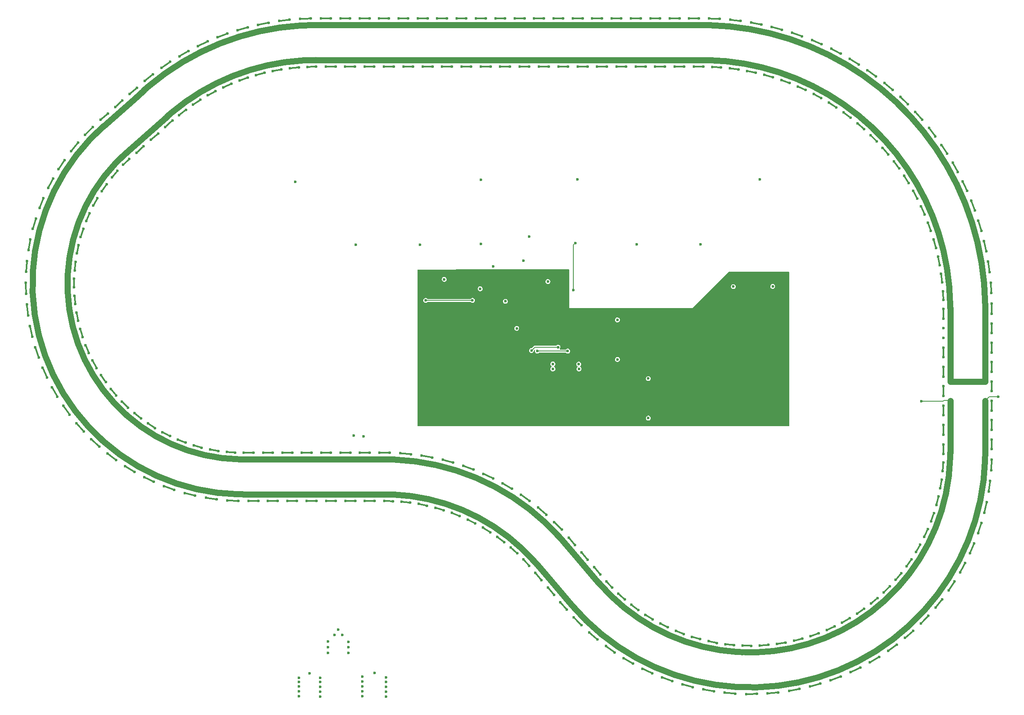
<source format=gbr>
%TF.GenerationSoftware,KiCad,Pcbnew,6.0.2+dfsg-1*%
%TF.CreationDate,2022-11-03T12:06:54-07:00*%
%TF.ProjectId,slot_track,736c6f74-5f74-4726-9163-6b2e6b696361,rev?*%
%TF.SameCoordinates,Original*%
%TF.FileFunction,Copper,L2,Inr*%
%TF.FilePolarity,Positive*%
%FSLAX46Y46*%
G04 Gerber Fmt 4.6, Leading zero omitted, Abs format (unit mm)*
G04 Created by KiCad (PCBNEW 6.0.2+dfsg-1) date 2022-11-03 12:06:54*
%MOMM*%
%LPD*%
G01*
G04 APERTURE LIST*
%TA.AperFunction,ViaPad*%
%ADD10C,0.600000*%
%TD*%
%TA.AperFunction,Conductor*%
%ADD11C,0.200000*%
%TD*%
%TA.AperFunction,Conductor*%
%ADD12C,1.250000*%
%TD*%
%TA.AperFunction,Conductor*%
%ADD13C,0.300000*%
%TD*%
G04 APERTURE END LIST*
D10*
%TO.N,VBUS*%
X158300000Y-199700000D03*
X159090000Y-198640000D03*
%TO.N,GND*%
X151000000Y-212400000D03*
X151000000Y-208600000D03*
X153200000Y-207700000D03*
X164100000Y-211400000D03*
%TO.N,VBUS*%
X161200000Y-202300000D03*
X161200000Y-201200000D03*
%TO.N,GND*%
X155400000Y-209500000D03*
X155400000Y-210500000D03*
X164100000Y-212400000D03*
%TO.N,VBUS*%
X156950000Y-202300000D03*
X156950000Y-201100000D03*
%TO.N,GND*%
X169000000Y-212500000D03*
X169000000Y-211500000D03*
X155400000Y-212500000D03*
%TO.N,VBUS*%
X161200000Y-203500000D03*
X159900000Y-199700000D03*
%TO.N,GND*%
X155400000Y-211500000D03*
X155400000Y-208600000D03*
X166600000Y-207650000D03*
X169000000Y-210500000D03*
X164100000Y-209400000D03*
X151000000Y-209500000D03*
%TO.N,VBUS*%
X156950000Y-203450000D03*
%TO.N,GND*%
X151000000Y-210400000D03*
X164100000Y-208400000D03*
X169000000Y-209500000D03*
X151000000Y-211400000D03*
X169000000Y-208500000D03*
X164100000Y-210400000D03*
%TO.N,VCC*%
X177200000Y-130400000D03*
X186900000Y-130400000D03*
%TO.N,/SWDIO*%
X206600000Y-140900000D03*
%TO.N,/SWCLK*%
X204600000Y-140100000D03*
%TO.N,/SWDIO*%
X200300000Y-140900000D03*
%TO.N,/SWCLK*%
X199100000Y-140800000D03*
%TO.N,/1B_P*%
X213355064Y-187201879D03*
X212055701Y-185681466D03*
%TO.N,/1A_P*%
X206402678Y-194458899D03*
X205103316Y-192938486D03*
%TO.N,/1B_P*%
X210749351Y-184152876D03*
X209449988Y-182632463D03*
%TO.N,/1A_P*%
X203796965Y-191409896D03*
X202497603Y-189889483D03*
%TO.N,/1B_P*%
X208145186Y-181105685D03*
X206845824Y-179585272D03*
%TO.N,/1A_P*%
X201192801Y-188362705D03*
X199893438Y-186842291D03*
%TO.N,/1B_P*%
X205367346Y-177923831D03*
X203817956Y-176331083D03*
%TO.N,/1A_P*%
X198644436Y-185393108D03*
X197433543Y-184091681D03*
%TO.N,/1B_P*%
X202190443Y-174800756D03*
X200505432Y-173352241D03*
%TO.N,/1A_P*%
X196159058Y-182838790D03*
X194837131Y-181650311D03*
%TO.N,/1B_P*%
X198748166Y-171972852D03*
X196940910Y-170680070D03*
%TO.N,/1A_P*%
X193456185Y-180515835D03*
X192033719Y-179449738D03*
%TO.N,/1B_P*%
X195067839Y-169462571D03*
X193152687Y-168335783D03*
%TO.N,/1A_P*%
X190557275Y-178442683D03*
X189045561Y-177507431D03*
%TO.N,/1B_P*%
X191178681Y-167289839D03*
X189170836Y-166337991D03*
%TO.N,/1A_P*%
X187485340Y-176635792D03*
X185896380Y-175838810D03*
%TO.N,/1B_P*%
X187111566Y-165471904D03*
X185026966Y-164702553D03*
%TO.N,/1A_P*%
X184264767Y-175109505D03*
X182611175Y-174457120D03*
%TO.N,/1B_P*%
X182898779Y-164023200D03*
X180753974Y-163442452D03*
%TO.N,/1A_P*%
X180921122Y-173875940D03*
X179216025Y-173373330D03*
%TO.N,/1B_P*%
X178573766Y-162955225D03*
X176385781Y-162567692D03*
%TO.N,/1A_P*%
X177480950Y-172944888D03*
X175737884Y-172596044D03*
%TO.N,/1B_P*%
X174170858Y-162276459D03*
X171957064Y-162085217D03*
%TO.N,/1A_P*%
X173971560Y-172323742D03*
X172204362Y-172131433D03*
%TO.N,/1B_P*%
X169731365Y-161992413D03*
%TO.N,/1A_P*%
X170425892Y-172017643D03*
%TO.N,/1B_P*%
X167628735Y-161983009D03*
%TO.N,/1A_P*%
X168628735Y-171983009D03*
%TO.N,/1B_P*%
X165617979Y-161983009D03*
X163617979Y-161983009D03*
%TO.N,/1A_P*%
X166617979Y-171983009D03*
X164617979Y-171983009D03*
%TO.N,/1B_P*%
X161607223Y-161983009D03*
X159607223Y-161983009D03*
%TO.N,/1A_P*%
X162607223Y-171983009D03*
X160607223Y-171983009D03*
%TO.N,/1B_P*%
X157596468Y-161983009D03*
X155596468Y-161983009D03*
%TO.N,/1A_P*%
X158596468Y-171983009D03*
X156596468Y-171983009D03*
%TO.N,/1B_P*%
X153585712Y-161983009D03*
X151585712Y-161983009D03*
%TO.N,/1A_P*%
X154585712Y-171983009D03*
X152585712Y-171983009D03*
%TO.N,/1B_P*%
X149574957Y-161983009D03*
X147574957Y-161983009D03*
%TO.N,/1A_P*%
X150574957Y-171983009D03*
X148574957Y-171983009D03*
%TO.N,/1B_P*%
X145564201Y-161983009D03*
X143564201Y-161983009D03*
%TO.N,/1A_P*%
X146564201Y-171983009D03*
X144564201Y-171983009D03*
%TO.N,/1B_P*%
X141555769Y-161983009D03*
X139555769Y-161983009D03*
%TO.N,/1A_P*%
X142555769Y-171983009D03*
X140555769Y-171983009D03*
%TO.N,/1B_P*%
X137777957Y-161944470D03*
X136032665Y-161818709D03*
%TO.N,/1A_P*%
X138433106Y-171972186D03*
X136185818Y-171866637D03*
%TO.N,/1B_P*%
X134286529Y-161604498D03*
X132562591Y-161304664D03*
%TO.N,/1A_P*%
X133934603Y-171647429D03*
X131709168Y-171317455D03*
%TO.N,/1B_P*%
X130846669Y-160916739D03*
X129161404Y-160445842D03*
%TO.N,/1A_P*%
X129491203Y-170873999D03*
X127309977Y-170322914D03*
%TO.N,/1B_P*%
X127492931Y-159888101D03*
X125863268Y-159250873D03*
%TO.N,/1A_P*%
X125147543Y-169659665D03*
X123032436Y-168893005D03*
%TO.N,/1B_P*%
X124259006Y-158528917D03*
X122701316Y-157731759D03*
%TO.N,/1A_P*%
X120947255Y-168016626D03*
X118919515Y-167042092D03*
%TO.N,/1B_P*%
X121177380Y-156852840D03*
X119707309Y-155903760D03*
%TO.N,/1A_P*%
X116932534Y-165961386D03*
X115012531Y-164788768D03*
%TO.N,/1B_P*%
X118279009Y-154876709D03*
X116911326Y-153785240D03*
%TO.N,/1A_P*%
X113143709Y-163514592D03*
X111350730Y-162155670D03*
%TO.N,/1B_P*%
X115593008Y-152620373D03*
X114341451Y-151397480D03*
%TO.N,/1A_P*%
X109618841Y-160700822D03*
X107970896Y-159169246D03*
%TO.N,/1B_P*%
X113146359Y-150106499D03*
X112023502Y-148764466D03*
%TO.N,/1A_P*%
X106393338Y-157548343D03*
X104906983Y-155859499D03*
%TO.N,/1B_P*%
X110963641Y-147360340D03*
X109980762Y-145912648D03*
%TO.N,/1A_P*%
X103499603Y-154088821D03*
X102189768Y-152259674D03*
%TO.N,/1B_P*%
X109066779Y-144409482D03*
X108233752Y-142870674D03*
%TO.N,/1A_P*%
X100966703Y-150357010D03*
X99846546Y-148405935D03*
%TO.N,/1B_P*%
X107474828Y-141283567D03*
X106800021Y-139669102D03*
%TO.N,/1A_P*%
X98820083Y-146390397D03*
X97900857Y-144336993D03*
%TO.N,/1B_P*%
X106203780Y-138013997D03*
X105693972Y-136340092D03*
%TO.N,/1A_P*%
X97081307Y-142228828D03*
X96372246Y-140093722D03*
%TO.N,/1B_P*%
X105266403Y-134633616D03*
X104926715Y-132917086D03*
%TO.N,/1A_P*%
X95767841Y-137914109D03*
X95276067Y-135718749D03*
%TO.N,/1B_P*%
X104672114Y-131176381D03*
X104505958Y-129434470D03*
%TO.N,/1A_P*%
X94892879Y-133489582D03*
X94623334Y-131256022D03*
%TO.N,/1B_P*%
X104426882Y-127677022D03*
X104435928Y-125927228D03*
%TO.N,/1A_P*%
X94465212Y-128999694D03*
X94420602Y-126750371D03*
%TO.N,/1B_P*%
X104533171Y-124170691D03*
X104717328Y-122430591D03*
%TO.N,/1A_P*%
X94489135Y-124489547D03*
X94669908Y-122247056D03*
%TO.N,/1B_P*%
X104989913Y-120692612D03*
X105347331Y-118979686D03*
%TO.N,/1A_P*%
X94964408Y-120004448D03*
X95368749Y-117791316D03*
%TO.N,/1B_P*%
X105792521Y-117277722D03*
X106319609Y-115609177D03*
%TO.N,/1A_P*%
X95886257Y-115589452D03*
X96510103Y-113427911D03*
%TO.N,/1B_P*%
X106932931Y-113960326D03*
X107624394Y-112352924D03*
%TO.N,/1A_P*%
X97245420Y-111288909D03*
X98082506Y-109200672D03*
%TO.N,/1B_P*%
X108399687Y-110773748D03*
X109248580Y-109243636D03*
%TO.N,/1A_P*%
X99028246Y-107146020D03*
X100070161Y-105152065D03*
%TO.N,/1B_P*%
X110178056Y-107749999D03*
X111175851Y-106312547D03*
%TO.N,/1A_P*%
X101216824Y-103202402D03*
X102453103Y-101322759D03*
%TO.N,/1B_P*%
X112250173Y-104919455D03*
X113386846Y-103589103D03*
%TO.N,/1A_P*%
X103789169Y-99497671D03*
X105207392Y-97751221D03*
%TO.N,/1B_P*%
X114594351Y-102311424D03*
X115858442Y-101101492D03*
%TO.N,/1A_P*%
X106718349Y-96070196D03*
X108304215Y-94474428D03*
%TO.N,/1B_P*%
X117316365Y-99802257D03*
X118811180Y-98473525D03*
%TO.N,/1A_P*%
X109925298Y-92992548D03*
X111420113Y-91663816D03*
%TO.N,/1B_P*%
X120314033Y-97137648D03*
X121808848Y-95808916D03*
%TO.N,/1A_P*%
X112922967Y-90327938D03*
X114417782Y-88999207D03*
%TO.N,/1B_P*%
X123309078Y-94475371D03*
%TO.N,/1A_P*%
X115918012Y-87665662D03*
X117412827Y-86336930D03*
%TO.N,/1B_P*%
X124783984Y-93165487D03*
X126167596Y-91999246D03*
X127589214Y-90895357D03*
%TO.N,/1A_P*%
X119029557Y-84925466D03*
X120739760Y-83541790D03*
%TO.N,/1B_P*%
X129061827Y-89843734D03*
X130567327Y-88857308D03*
%TO.N,/1A_P*%
X122513556Y-82220735D03*
X124329133Y-80978545D03*
%TO.N,/1B_P*%
X132119471Y-87927065D03*
X133699171Y-87064445D03*
%TO.N,/1A_P*%
X126203080Y-79803871D03*
X128112355Y-78711156D03*
%TO.N,/1B_P*%
X135320863Y-86261566D03*
X136964606Y-85528299D03*
%TO.N,/1A_P*%
X130074402Y-77690416D03*
X132065095Y-76754203D03*
%TO.N,/1B_P*%
X138645417Y-84857946D03*
X140342629Y-84258749D03*
%TO.N,/1A_P*%
X134102624Y-75893963D03*
X136161934Y-75120273D03*
%TO.N,/1B_P*%
X142071751Y-83725234D03*
X143811519Y-83263960D03*
%TO.N,/1A_P*%
X138261842Y-74426064D03*
X140376524Y-73819873D03*
%TO.N,/1B_P*%
X145577831Y-82870713D03*
X147348967Y-82550328D03*
%TO.N,/1A_P*%
X142525306Y-73296160D03*
X144681764Y-72861366D03*
%TO.N,/1B_P*%
X149141109Y-82299879D03*
X150932222Y-82122444D03*
%TO.N,/1A_P*%
X146865601Y-72511517D03*
X149049963Y-72250916D03*
%TO.N,/1B_P*%
X152736081Y-82016502D03*
%TO.N,/1A_P*%
X151251650Y-72077366D03*
X153449866Y-71992507D03*
%TO.N,/1B_P*%
X154545608Y-81983009D03*
X156556363Y-81983009D03*
X158556363Y-81983009D03*
%TO.N,/1A_P*%
X155556363Y-71983009D03*
X157556363Y-71983009D03*
%TO.N,/1B_P*%
X160567119Y-81983009D03*
X162567119Y-81983009D03*
%TO.N,/1A_P*%
X159567119Y-71983009D03*
X161567119Y-71983009D03*
%TO.N,/1B_P*%
X164577875Y-81983009D03*
X166577875Y-81983009D03*
%TO.N,/1A_P*%
X163577875Y-71983009D03*
X165577875Y-71983009D03*
%TO.N,/1B_P*%
X168588630Y-81983009D03*
X170588630Y-81983009D03*
%TO.N,/1A_P*%
X167588630Y-71983009D03*
X169588630Y-71983009D03*
%TO.N,/1B_P*%
X172599386Y-81983009D03*
X174599386Y-81983009D03*
%TO.N,/1A_P*%
X171599386Y-71983009D03*
X173599386Y-71983009D03*
%TO.N,/1B_P*%
X176610141Y-81983009D03*
X178610141Y-81983009D03*
%TO.N,/1A_P*%
X175610141Y-71983009D03*
X177610141Y-71983009D03*
%TO.N,/1B_P*%
X180620897Y-81983009D03*
X182620897Y-81983009D03*
%TO.N,/1A_P*%
X179620897Y-71983009D03*
X181620897Y-71983009D03*
%TO.N,/1B_P*%
X184631653Y-81983009D03*
X186631653Y-81983009D03*
%TO.N,/1A_P*%
X183631653Y-71983009D03*
X185631653Y-71983009D03*
%TO.N,/1B_P*%
X188642408Y-81983009D03*
X190642408Y-81983009D03*
%TO.N,/1A_P*%
X187642408Y-71983009D03*
X189642408Y-71983009D03*
%TO.N,/1B_P*%
X192653164Y-81983009D03*
X194653164Y-81983009D03*
%TO.N,/1A_P*%
X191653164Y-71983009D03*
X193653164Y-71983009D03*
%TO.N,/1B_P*%
X196663920Y-81983009D03*
X198663920Y-81983009D03*
%TO.N,/1A_P*%
X195663920Y-71983009D03*
X197663920Y-71983009D03*
%TO.N,/1B_P*%
X200674675Y-81983009D03*
X202674675Y-81983009D03*
%TO.N,/1A_P*%
X199674675Y-71983009D03*
X201674675Y-71983009D03*
%TO.N,/1B_P*%
X204685431Y-81983009D03*
X206685431Y-81983009D03*
%TO.N,/1A_P*%
X203685431Y-71983009D03*
X205685431Y-71983009D03*
%TO.N,/1B_P*%
X208696186Y-81983009D03*
X210696186Y-81983009D03*
%TO.N,/1A_P*%
X207696186Y-71983009D03*
X209696186Y-71983009D03*
%TO.N,/1B_P*%
X212706942Y-81983009D03*
X214706942Y-81983009D03*
%TO.N,/1A_P*%
X211706942Y-71983009D03*
X213706942Y-71983009D03*
%TO.N,/1B_P*%
X216717698Y-81983009D03*
X218717698Y-81983009D03*
%TO.N,/1A_P*%
X215717698Y-71983009D03*
X217717698Y-71983009D03*
%TO.N,/1B_P*%
X220728453Y-81983009D03*
X222728453Y-81983009D03*
%TO.N,/1A_P*%
X219728453Y-71983009D03*
X221728453Y-71983009D03*
%TO.N,/1B_P*%
X224739209Y-81983009D03*
X226739209Y-81983009D03*
%TO.N,/1A_P*%
X223739209Y-71983009D03*
X225739209Y-71983009D03*
%TO.N,/1B_P*%
X228749964Y-81983009D03*
X230749964Y-81983009D03*
%TO.N,/1A_P*%
X227749964Y-71983009D03*
X229749964Y-71983009D03*
%TO.N,/1B_P*%
X232757125Y-81983009D03*
%TO.N,/1A_P*%
X231757125Y-71983009D03*
X233757125Y-71983009D03*
%TO.N,/1B_P*%
X234729744Y-81983969D03*
X236557054Y-82028700D03*
X238371761Y-82139418D03*
%TO.N,/1A_P*%
X235894189Y-72001122D03*
X238073893Y-72094371D03*
%TO.N,/1B_P*%
X240190956Y-82317165D03*
X241992774Y-82559806D03*
%TO.N,/1A_P*%
X240260444Y-72267943D03*
X242427562Y-72519752D03*
%TO.N,/1B_P*%
X243794184Y-82869624D03*
X245573534Y-83242896D03*
%TO.N,/1A_P*%
X244595655Y-72852171D03*
X246738667Y-73261204D03*
%TO.N,/1B_P*%
X247347583Y-83683138D03*
X249095009Y-84185059D03*
%TO.N,/1A_P*%
X248876779Y-73750703D03*
X250984294Y-74314785D03*
%TO.N,/1B_P*%
X250832268Y-84753385D03*
X252538481Y-85381286D03*
%TO.N,/1A_P*%
X253081059Y-74958762D03*
X255141875Y-75674894D03*
%TO.N,/1B_P*%
X254229716Y-86074675D03*
X255885646Y-86825219D03*
%TO.N,/1A_P*%
X257186149Y-76469926D03*
X259189311Y-77334302D03*
%TO.N,/1B_P*%
X257521867Y-87639986D03*
X259118713Y-88509183D03*
%TO.N,/1A_P*%
X261170228Y-78276164D03*
X263105089Y-79284190D03*
%TO.N,/1B_P*%
X260691223Y-89440997D03*
X262220497Y-90424228D03*
%TO.N,/1A_P*%
X265012119Y-80367874D03*
X266868395Y-81514191D03*
%TO.N,/1B_P*%
X263720937Y-91468135D03*
X265174510Y-92560173D03*
%TO.N,/1A_P*%
X268691401Y-82733938D03*
X270459225Y-84012454D03*
%TO.N,/1B_P*%
X266594906Y-93710625D03*
X267965052Y-94905665D03*
%TO.N,/1A_P*%
X272188518Y-85361780D03*
X273858493Y-86765699D03*
%TO.N,/1B_P*%
X269297853Y-96156548D03*
X270577289Y-97448238D03*
%TO.N,/1A_P*%
X275484880Y-88237432D03*
X277048131Y-89759291D03*
%TO.N,/1B_P*%
X271815410Y-98792901D03*
X272997336Y-100174376D03*
%TO.N,/1A_P*%
X278562967Y-91345608D03*
X280011183Y-92977318D03*
%TO.N,/1B_P*%
X274134197Y-101605673D03*
X275212329Y-103069590D03*
%TO.N,/1A_P*%
X281406417Y-94669787D03*
X282731901Y-96402675D03*
%TO.N,/1B_P*%
X276241887Y-104579913D03*
X277210496Y-106118489D03*
%TO.N,/1A_P*%
X284000117Y-98192301D03*
X285195822Y-100017156D03*
%TO.N,/1B_P*%
X278127278Y-107699810D03*
X278981215Y-109304868D03*
%TO.N,/1A_P*%
X286330279Y-101894425D03*
X287389851Y-103801547D03*
%TO.N,/1B_P*%
X279780348Y-110948781D03*
X280515074Y-112611790D03*
%TO.N,/1A_P*%
X288384518Y-105756482D03*
X289302325Y-107735733D03*
%TO.N,/1B_P*%
X281192311Y-114309558D03*
X281803920Y-116021678D03*
%TO.N,/1A_P*%
X290151915Y-109757942D03*
X290923078Y-111798803D03*
%TO.N,/1B_P*%
X282355661Y-117764276D03*
X282840902Y-119516406D03*
%TO.N,/1A_P*%
X291623075Y-113877538D03*
X292243495Y-115969160D03*
%TO.N,/1B_P*%
X283264214Y-121294571D03*
X283620509Y-123077399D03*
%TO.N,/1A_P*%
X292790180Y-118093370D03*
X293256558Y-120224637D03*
%TO.N,/1B_P*%
X283913142Y-124881680D03*
X284138596Y-126685729D03*
%TO.N,/1A_P*%
X293647024Y-122383032D03*
X293956883Y-124542614D03*
%TO.N,/1B_P*%
X284298994Y-128506535D03*
X284392410Y-130322216D03*
%TO.N,/1A_P*%
X294189054Y-126723721D03*
X294340746Y-128900139D03*
X294413250Y-131083053D03*
%TO.N,/1B_P*%
X284420000Y-132166556D03*
X284420000Y-134166556D03*
%TO.N,/1A_P*%
X294420000Y-133166556D03*
%TO.N,/1B_P*%
X284420000Y-136177311D03*
X284420000Y-138177311D03*
%TO.N,/1A_P*%
X294420000Y-135177311D03*
X294420000Y-137177311D03*
%TO.N,/1B_P*%
X284420000Y-140188067D03*
X284420000Y-142188067D03*
%TO.N,/1A_P*%
X294420000Y-139188067D03*
X294420000Y-141188067D03*
%TO.N,/1B_P*%
X284420000Y-144198822D03*
X284420000Y-146198822D03*
%TO.N,/1A_P*%
X294420000Y-143198822D03*
X294420000Y-145198822D03*
%TO.N,/1B_P*%
X284420000Y-148209578D03*
X284420000Y-150209578D03*
%TO.N,/1A_P*%
X294420000Y-147209578D03*
X294420000Y-149209578D03*
%TO.N,/1B_P*%
X284420000Y-152220334D03*
X284420000Y-154220334D03*
%TO.N,/1A_P*%
X294420000Y-151220334D03*
X294420000Y-153220334D03*
%TO.N,/1B_P*%
X284420000Y-156231089D03*
X284420000Y-158231089D03*
%TO.N,/1A_P*%
X294420000Y-155231089D03*
X294420000Y-157231089D03*
%TO.N,/1B_P*%
X284420000Y-160238469D03*
%TO.N,/1A_P*%
X294420000Y-159238469D03*
X294420000Y-161238469D03*
%TO.N,/1B_P*%
X284419338Y-162213084D03*
X284369136Y-163999569D03*
X284240091Y-165772510D03*
%TO.N,/1A_P*%
X294400101Y-163393479D03*
X294288079Y-165612693D03*
%TO.N,/1B_P*%
X284031073Y-167547435D03*
X283744731Y-169301853D03*
%TO.N,/1A_P*%
X294076171Y-167836607D03*
X293767062Y-170037041D03*
%TO.N,/1B_P*%
X283378557Y-171051128D03*
X282937191Y-172773095D03*
%TO.N,/1A_P*%
X293358045Y-172233266D03*
X292854302Y-174397452D03*
%TO.N,/1B_P*%
X282416768Y-174482833D03*
X281823882Y-176158679D03*
%TO.N,/1A_P*%
X292251422Y-176548552D03*
X291557044Y-178659310D03*
%TO.N,/1B_P*%
X281153340Y-177815308D03*
X280413640Y-179431730D03*
%TO.N,/1A_P*%
X290765088Y-180748210D03*
X289885588Y-182788783D03*
%TO.N,/1B_P*%
X279598304Y-181022099D03*
X278717662Y-182566263D03*
%TO.N,/1A_P*%
X288910843Y-184798900D03*
X287853203Y-186753090D03*
%TO.N,/1B_P*%
X277764003Y-184077746D03*
X276749411Y-185537396D03*
%TO.N,/1A_P*%
X286703406Y-188668466D03*
X285476021Y-190520758D03*
%TO.N,/1B_P*%
X275665001Y-186957995D03*
X274524513Y-188321542D03*
%TO.N,/1A_P*%
X284160301Y-192326188D03*
X282772916Y-194061878D03*
%TO.N,/1B_P*%
X273317959Y-189639978D03*
X272060629Y-190896598D03*
%TO.N,/1A_P*%
X281301716Y-195743030D03*
X279765344Y-197348340D03*
%TO.N,/1B_P*%
X270741510Y-192102406D03*
X269377319Y-193242124D03*
%TO.N,/1A_P*%
X278150345Y-198891867D03*
X276477183Y-200354053D03*
%TO.N,/1B_P*%
X267956107Y-194325731D03*
X266495885Y-195339498D03*
%TO.N,/1A_P*%
X274731205Y-201747702D03*
X272934535Y-203055156D03*
%TO.N,/1B_P*%
X264983862Y-196292302D03*
X263439200Y-197172070D03*
%TO.N,/1A_P*%
X271071439Y-204287865D03*
X269165524Y-205430207D03*
%TO.N,/1B_P*%
X261848371Y-197986508D03*
X260231532Y-198725294D03*
%TO.N,/1A_P*%
X267200099Y-206492189D03*
X265200070Y-207460352D03*
%TO.N,/1B_P*%
X258574523Y-199394899D03*
X256898343Y-199986838D03*
%TO.N,/1A_P*%
X263147920Y-208343176D03*
X261069652Y-209129473D03*
%TO.N,/1B_P*%
X255188310Y-200506294D03*
X253466094Y-200946687D03*
%TO.N,/1A_P*%
X258947068Y-209826131D03*
X256807061Y-210424321D03*
%TO.N,/1B_P*%
X251716612Y-201311872D03*
X249962033Y-201597222D03*
%TO.N,/1A_P*%
X254630892Y-210929283D03*
X252446135Y-211334617D03*
%TO.N,/1B_P*%
X248186990Y-201805237D03*
X246413976Y-201933279D03*
%TO.N,/1A_P*%
X250233657Y-211643873D03*
X248021493Y-211853133D03*
%TO.N,/1B_P*%
X244627464Y-201982471D03*
X242850090Y-201952190D03*
%TO.N,/1A_P*%
X245790270Y-211964230D03*
X243568261Y-211975754D03*
%TO.N,/1B_P*%
X241066290Y-201842169D03*
X239298667Y-201653804D03*
%TO.N,/1A_P*%
X241336006Y-211887809D03*
X239121790Y-211701507D03*
%TO.N,/1B_P*%
X237531740Y-201385444D03*
X235787899Y-201040491D03*
%TO.N,/1A_P*%
X236906223Y-211415217D03*
X234717379Y-211032568D03*
%TO.N,/1B_P*%
X234051873Y-200615922D03*
X232345658Y-200117119D03*
%TO.N,/1A_P*%
X232536089Y-210550207D03*
X230389993Y-209974247D03*
%TO.N,/1B_P*%
X230654313Y-199539712D03*
X228999269Y-198891018D03*
%TO.N,/1A_P*%
X228260296Y-209299645D03*
X226173984Y-208534947D03*
%TO.N,/1B_P*%
X227366033Y-198165356D03*
X225775298Y-197371922D03*
%TO.N,/1A_P*%
X224112787Y-207673458D03*
X222102822Y-206726094D03*
%TO.N,/1B_P*%
X224213136Y-196503766D03*
X222699339Y-195571890D03*
%TO.N,/1A_P*%
X220126487Y-205684557D03*
X218208825Y-204562046D03*
%TO.N,/1B_P*%
X221220651Y-194568132D03*
X219795809Y-193505212D03*
%TO.N,/1A_P*%
X216333042Y-203348730D03*
X214522906Y-202059983D03*
%TO.N,/1B_P*%
X218412335Y-192373821D03*
X217087760Y-191188294D03*
%TO.N,/1A_P*%
X212762566Y-200684520D03*
X211074326Y-199239768D03*
%TO.N,/1B_P*%
X215810482Y-189938251D03*
X214596688Y-188639530D03*
%TO.N,/1A_P*%
X209443403Y-197713077D03*
X207890462Y-196123790D03*
%TO.N,/G1_P*%
X295750000Y-150400000D03*
X279800000Y-151300000D03*
%TO.N,/1A_P*%
X164300000Y-158550000D03*
X162350000Y-158450000D03*
%TO.N,VBUS*%
X181050000Y-126050000D03*
%TO.N,GND*%
X181200000Y-128000000D03*
X188500000Y-126100000D03*
X217550000Y-138700000D03*
X223850000Y-150750000D03*
X225850000Y-146750000D03*
%TO.N,VBUS*%
X223300000Y-154800000D03*
X223300000Y-146600000D03*
X216900000Y-142650000D03*
%TO.N,GND*%
X219450000Y-134500000D03*
%TO.N,VBUS*%
X216900000Y-134450000D03*
%TO.N,GND*%
X249050000Y-130000000D03*
X244900000Y-128150000D03*
%TO.N,VBUS*%
X249050000Y-127500000D03*
X240900000Y-127550000D03*
%TO.N,GND*%
X189900000Y-133050000D03*
X193700000Y-131450000D03*
%TO.N,VCC*%
X193700000Y-130600000D03*
%TO.N,GND*%
X197300000Y-137650000D03*
%TO.N,VCC*%
X196050000Y-136200000D03*
%TO.N,GND*%
X203250000Y-127100000D03*
X201800000Y-129050000D03*
%TO.N,VCC*%
X202500000Y-126500000D03*
X188500000Y-128000000D03*
%TO.N,Net-(C8-Pad2)*%
X203530000Y-144610000D03*
X208930000Y-144610000D03*
%TO.N,/1A_P*%
X203530000Y-143590000D03*
X208900000Y-143620000D03*
%TO.N,/REV1*%
X188670000Y-118700000D03*
%TO.N,/FWD1*%
X208160000Y-118520000D03*
%TO.N,/REV2*%
X162690000Y-118840000D03*
%TO.N,/REV1*%
X150200000Y-105800000D03*
X188600000Y-105450000D03*
%TO.N,/FWD1*%
X246400000Y-105350000D03*
X208650000Y-105350000D03*
X207770000Y-128290000D03*
%TO.N,/FWD2*%
X197450000Y-122200000D03*
%TO.N,/STOP*%
X198650000Y-117150000D03*
%TO.N,/REV1*%
X191200000Y-123350000D03*
%TO.N,/REV3*%
X176010000Y-118860000D03*
%TO.N,/FWD3*%
X234140000Y-118830000D03*
%TO.N,/FWD2*%
X220880000Y-118780000D03*
%TD*%
D11*
%TO.N,/G1_P*%
X295750000Y-150400000D02*
X293854578Y-150400000D01*
X293854578Y-150400000D02*
X293045000Y-151209578D01*
X284300000Y-151300000D02*
X284500000Y-151100000D01*
X285685422Y-151100000D02*
X285795000Y-151209578D01*
X279800000Y-151300000D02*
X284300000Y-151300000D01*
X284500000Y-151100000D02*
X285685422Y-151100000D01*
D12*
X130674002Y-78927849D02*
G75*
G02*
X134601142Y-77175462I23798026J-48055329D01*
G01*
X115647415Y-99446083D02*
X123661979Y-92321987D01*
X134601142Y-77175462D02*
G75*
G02*
X138656072Y-75743389I19870857J-49807718D01*
G01*
X147044335Y-73874901D02*
G75*
G02*
X151323724Y-73450502I7427644J-53108364D01*
G01*
X151323724Y-73450502D02*
G75*
G02*
X154471946Y-73358009I3148255J-53533520D01*
G01*
X240115190Y-73635299D02*
G75*
G02*
X244351165Y-74205311I-5695222J-58347925D01*
G01*
X248534351Y-75082432D02*
G75*
G02*
X252642514Y-76262003I-14114236J-56900160D01*
G01*
X264301186Y-81544877D02*
G75*
G02*
X267896604Y-83856016I-29881180J-50438129D01*
G01*
X267896604Y-83856016D02*
G75*
G02*
X271314080Y-86422968I-33476598J-48126984D01*
G01*
X168761713Y-163358009D02*
X162617979Y-163358009D01*
X274535451Y-89232089D02*
G75*
G02*
X277543592Y-92268448I-40115500J-42750964D01*
G01*
X174160454Y-170961745D02*
G75*
G03*
X170487724Y-170644028I-5398731J-41021217D01*
G01*
X285134918Y-102574037D02*
G75*
G02*
X287142819Y-106347196I-50715074J-29409056D01*
G01*
X293045000Y-147198822D02*
X293045000Y-131983009D01*
X260546939Y-79501836D02*
G75*
G02*
X264301186Y-81544877I-26127047J-52481364D01*
G01*
X159556363Y-80608009D02*
X234420000Y-80608009D01*
X292287903Y-122591715D02*
G75*
G02*
X292818341Y-126832826I-57868929J-9391424D01*
G01*
X288870476Y-110256618D02*
G75*
G02*
X290308710Y-114281525I-54450587J-21726436D01*
G01*
X293025975Y-163343074D02*
G75*
G02*
X292711986Y-167664091I-48605750J1360046D01*
G01*
X234420000Y-73358009D02*
X227739209Y-73358009D01*
X285789188Y-131210350D02*
G75*
G03*
X285596370Y-127469736I-51369726J-772687D01*
G01*
X138656072Y-75743390D02*
G75*
G02*
X142812712Y-74640839I15815805J-51239324D01*
G01*
X285596371Y-127469736D02*
G75*
G03*
X285131531Y-123753112I-51177139J-4513369D01*
G01*
X234420000Y-73358010D02*
G75*
G02*
X235848944Y-73375428I-95J-58630645D01*
G01*
X282136730Y-112943464D02*
G75*
G03*
X280622726Y-109517509I-47717160J-19039737D01*
G01*
X104227749Y-117782680D02*
G75*
G03*
X103483548Y-121351669I35191920J-9200258D01*
G01*
X283397101Y-116470621D02*
G75*
G03*
X282136730Y-112943464I-48976938J-15512331D01*
G01*
X278863137Y-106210968D02*
G75*
G03*
X276867316Y-103041414I-44442290J-25771503D01*
G01*
X266751486Y-92057258D02*
G75*
G03*
X263756640Y-89807754I-32332027J-39926472D01*
G01*
X263756640Y-89807754D02*
G75*
G03*
X260605858Y-87782428I-29336639J-42175269D01*
G01*
X260605858Y-87782429D02*
G75*
G03*
X257315889Y-85992045I-26185502J-44199905D01*
G01*
X112730093Y-151697165D02*
G75*
G03*
X115338059Y-154244718I26689915J24714161D01*
G01*
X283074493Y-191482512D02*
G75*
G02*
X280295314Y-194806055I-38654018J29499107D01*
G01*
X257315889Y-85992045D02*
G75*
G03*
X253904219Y-84446121I-22896079J-45991380D01*
G01*
X250388983Y-83152873D02*
G75*
G03*
X246788866Y-82119177I-15969106J-48830571D01*
G01*
X246788866Y-82119178D02*
G75*
G03*
X243123003Y-81350527I-12369043J-49864670D01*
G01*
X243123003Y-81350527D02*
G75*
G03*
X239410881Y-80851008I-8702974J-50632343D01*
G01*
X282857448Y-98957199D02*
G75*
G02*
X285134918Y-102574037I-48436678J-33025332D01*
G01*
X106765689Y-110956890D02*
G75*
G03*
X105325473Y-114306112I32654199J-16026067D01*
G01*
X138474989Y-170597773D02*
G75*
G02*
X134113856Y-170284112I945042J43615200D01*
G01*
X290308710Y-114281525D02*
G75*
G02*
X291449874Y-118400522I-55888619J-17701464D01*
G01*
X292711985Y-167664091D02*
G75*
G02*
X292014628Y-171940008I-48291505J5681011D01*
G01*
X274645870Y-100025697D02*
G75*
G03*
X272210609Y-97179845I-40224906J-31956496D01*
G01*
X235672230Y-80623273D02*
G75*
G03*
X234420000Y-80608009I-1252312J-51364401D01*
G01*
X115338059Y-154244717D02*
G75*
G03*
X118187939Y-156518414I24082077J27261887D01*
G01*
X287692647Y-184161121D02*
G75*
G02*
X285546814Y-187924786I-43273013J22178322D01*
G01*
X148048534Y-81055018D02*
G75*
G03*
X144389019Y-81717402I6423527J-45928639D01*
G01*
X142812712Y-74640839D02*
G75*
G02*
X147044335Y-73874902I11659232J-52342197D01*
G01*
X140794348Y-82670890D02*
G75*
G03*
X137287638Y-83909350I13677729J-44312474D01*
G01*
X228715686Y-208002192D02*
G75*
G02*
X224681856Y-206421690I15704460J46019561D01*
G01*
X137287638Y-83909350D02*
G75*
G03*
X133891440Y-85424817I17184557J-43074220D01*
G01*
X224681856Y-206421689D02*
G75*
G02*
X220804717Y-204488409I19738085J44438564D01*
G01*
X133891440Y-85424818D02*
G75*
G03*
X130627597Y-87207547I20580517J-41558192D01*
G01*
X130627596Y-87207546D02*
G75*
G03*
X127517095Y-89246071I23843979J-39774897D01*
G01*
X207755023Y-182765568D02*
X205726762Y-180392255D01*
X127517095Y-89246071D02*
G75*
G03*
X124579941Y-91527283I26954755J-37736812D01*
G01*
X124496784Y-160155862D02*
G75*
G03*
X127892373Y-161483073I14923077J33172479D01*
G01*
X124579942Y-91527284D02*
G75*
G03*
X123661980Y-92321988I29886357J-35449229D01*
G01*
X115253691Y-99796063D02*
G75*
G03*
X112980331Y-102001328I24166197J-27186832D01*
G01*
X218231128Y-194014770D02*
G75*
G03*
X221186224Y-196218696I26189196J32032207D01*
G01*
X110612440Y-104773440D02*
G75*
G03*
X108533932Y-107768656I28807813J-22209753D01*
G01*
X105325472Y-114306112D02*
G75*
G03*
X104227749Y-117782680I34094570J-12676914D01*
G01*
X256653817Y-77737753D02*
G75*
G02*
X260546939Y-79501836I-22233690J-54244988D01*
G01*
X291449875Y-118400522D02*
G75*
G02*
X292287903Y-122591715I-57029893J-13582491D01*
G01*
X287142818Y-106347196D02*
G75*
G02*
X288870476Y-110256618I-52722027J-25635458D01*
G01*
X108533931Y-107768656D02*
G75*
G03*
X106765688Y-110956890I30886656J-19214673D01*
G01*
X235848944Y-73375427D02*
G75*
G02*
X240115190Y-73635298I-1428947J-58607671D01*
G01*
X285131531Y-123753112D02*
G75*
G03*
X284397140Y-120080232I-50712301J-8230045D01*
G01*
X253904219Y-84446120D02*
G75*
G03*
X250388983Y-83152873I-19484598J-47537922D01*
G01*
X274946296Y-189912131D02*
G75*
G03*
X277311099Y-187084129I-30526683J27929448D01*
G01*
X103483548Y-121351669D02*
G75*
G03*
X103100344Y-124977227I35936221J-5631316D01*
G01*
X205095623Y-179668344D02*
G75*
G02*
X205726762Y-180392255I-36339166J-32319244D01*
G01*
X210413566Y-196738629D02*
G75*
G02*
X207454950Y-193573764I34006753J34755926D01*
G01*
X227739209Y-73358009D02*
X154471946Y-73358009D01*
X112980330Y-102001327D02*
G75*
G03*
X110612439Y-104773439I26439788J-24981780D01*
G01*
X256450611Y-201570318D02*
G75*
G03*
X259926522Y-200342342I-12030750J39587710D01*
G01*
X212966450Y-188863573D02*
G75*
G03*
X215483935Y-191556556I31453166J26880203D01*
G01*
X107410455Y-156623010D02*
G75*
G02*
X104604237Y-153269950I32009848J29640253D01*
G01*
X232874186Y-209217370D02*
G75*
G02*
X228715686Y-208002192I11545783J47234255D01*
G01*
X252642514Y-76262004D02*
G75*
G02*
X256653817Y-77737753I-18222500J-55720968D01*
G01*
X177790325Y-171605111D02*
G75*
G03*
X174160454Y-170961745I-9028612J-40377879D01*
G01*
X270348357Y-203118285D02*
G75*
G02*
X266583992Y-205262890I-25928535J41135585D01*
G01*
X259926522Y-200342342D02*
G75*
G03*
X263279335Y-198809849I-15506438J38359152D01*
G01*
X285778812Y-163140288D02*
G75*
G03*
X285795000Y-161983009I-41363521J1157345D01*
G01*
X184806800Y-173845812D02*
G75*
G03*
X181348523Y-172569017I-16045179J-38137470D01*
G01*
X234595670Y-202174715D02*
G75*
G03*
X238212127Y-202889646I9824327J40191728D01*
G01*
X280622725Y-109517509D02*
G75*
G03*
X278863136Y-106210968I-46203147J-22465733D01*
G01*
X212966449Y-188863574D02*
X207755023Y-182765568D01*
X238212127Y-202889646D02*
G75*
G03*
X241877865Y-203279840I6207855J40906383D01*
G01*
X138632039Y-163349474D02*
G75*
G03*
X139420000Y-163358009I787885J36361421D01*
G01*
X284918257Y-170455417D02*
G75*
G03*
X285511637Y-166817040I-40498006J8472363D01*
G01*
X151749358Y-80687998D02*
G75*
G03*
X148048534Y-81055019I2722628J-46295361D01*
G01*
X108342001Y-145885350D02*
G75*
G03*
X110390239Y-148901347I31077870J18902246D01*
G01*
X198790073Y-173737902D02*
G75*
G02*
X202075077Y-176562530I-30028395J-38245137D01*
G01*
X269574478Y-94518983D02*
G75*
G03*
X266751486Y-92057258I-35155081J-37464715D01*
G01*
X282774270Y-177502046D02*
G75*
G03*
X284003380Y-174026536I-38354233J15519021D01*
G01*
X118187939Y-156518415D02*
G75*
G03*
X121251104Y-158495417I21232151J29535541D01*
G01*
X95839358Y-128949792D02*
G75*
G02*
X95861374Y-124577449I43580911J1966785D01*
G01*
X252879194Y-202484030D02*
G75*
G03*
X256450611Y-201570318I-8459214J40501083D01*
G01*
X227624818Y-199795871D02*
G75*
G03*
X231057204Y-201140720I16794906J37812167D01*
G01*
X131403763Y-162463715D02*
G75*
G03*
X134995679Y-163087939I8016265J35480837D01*
G01*
X279414795Y-184056861D02*
G75*
G03*
X281240684Y-180854359I-34994342J22073594D01*
G01*
X258558693Y-208507066D02*
G75*
G02*
X254361469Y-209580884I-14138662J46523941D01*
G01*
X272210610Y-97179844D02*
G75*
G03*
X269574478Y-94518983I-37790901J-34803440D01*
G01*
X293045000Y-161983009D02*
X293045000Y-155220334D01*
X154471946Y-80608009D02*
G75*
G03*
X151749358Y-80687997I25J-46375813D01*
G01*
X285511638Y-166817040D02*
G75*
G03*
X285778812Y-163140288I-41091751J4834047D01*
G01*
X272339160Y-192518417D02*
G75*
G03*
X274946296Y-189912131I-27919164J30535406D01*
G01*
X241877865Y-203279839D02*
G75*
G03*
X245563784Y-203342196I2542132J41296856D01*
G01*
X175106456Y-163773729D02*
G75*
G02*
X179372378Y-164529828I-6344643J-48208758D01*
G01*
X168761713Y-163358009D02*
G75*
G02*
X170790167Y-163400338I-6J-48624352D01*
G01*
X144389019Y-81717402D02*
G75*
G03*
X140794348Y-82670890I10082899J-45265492D01*
G01*
X202075076Y-176562531D02*
G75*
G02*
X205095622Y-179668345I-33313361J-35420482D01*
G01*
X139420000Y-170608009D02*
X146574957Y-170608009D01*
X277311099Y-187084129D02*
G75*
G03*
X279414795Y-184056861I-32891582J25101455D01*
G01*
X293038369Y-131101313D02*
G75*
G02*
X293045000Y-131983009I-58637207J-881868D01*
G01*
X126899907Y-80989280D02*
G75*
G02*
X130674002Y-78927850I27572249J-45994111D01*
G01*
X170790167Y-163400338D02*
G75*
G02*
X175106456Y-163773728I-2028391J-48581936D01*
G01*
X281240684Y-180854359D02*
G75*
G03*
X282774271Y-177502046I-36820554J18871289D01*
G01*
X266482432Y-196985005D02*
G75*
G03*
X269510386Y-194882297I-22062328J35001844D01*
G01*
X269510386Y-194882296D02*
G75*
G03*
X272339159Y-192518416I-25090401J32899308D01*
G01*
X292014628Y-171940008D02*
G75*
G02*
X290939441Y-176136882I-47594729J9957017D01*
G01*
X231057204Y-201140720D02*
G75*
G03*
X234595670Y-202174715I13362853J39157884D01*
G01*
X134995679Y-163087939D02*
G75*
G03*
X138632039Y-163349473I4424332J36105076D01*
G01*
X244351165Y-74205311D02*
G75*
G02*
X248534351Y-75082433I-9931131J-57777550D01*
G01*
X285795000Y-151209578D02*
X285795000Y-161983009D01*
X263279335Y-198809848D02*
G75*
G03*
X266482432Y-196985004I-18859466J36827060D01*
G01*
X213642142Y-199627586D02*
G75*
G02*
X210413566Y-196738629I30778157J37644903D01*
G01*
X285794999Y-131983009D02*
G75*
G03*
X285789188Y-131210350I-51389438J-137D01*
G01*
X195266687Y-171216884D02*
G75*
G02*
X198790073Y-173737902I-26505210J-40766459D01*
G01*
X116826100Y-88698160D02*
X110437039Y-94377357D01*
X191532891Y-169019489D02*
G75*
G02*
X195266687Y-171216884I-22771302J-42963730D01*
G01*
X292818340Y-126832826D02*
G75*
G02*
X293038368Y-131101313I-58398689J-5150196D01*
G01*
X187618326Y-167163162D02*
G75*
G02*
X191532891Y-169019490I-18856780J-44820192D01*
G01*
X183554067Y-165662637D02*
G75*
G02*
X187618326Y-167163161I-14792483J-46320730D01*
G01*
X277543592Y-92268448D02*
G75*
G02*
X280322515Y-95515905I-43122972J-39714033D01*
G01*
X170487724Y-170644027D02*
G75*
G03*
X168761713Y-170608009I-1726044J-41339464D01*
G01*
X179372378Y-164529828D02*
G75*
G02*
X183554067Y-165662637I-10610593J-47452917D01*
G01*
X115253691Y-99796062D02*
X115647415Y-99446083D01*
X224325762Y-198150843D02*
G75*
G03*
X227624818Y-199795870I20094395J36168154D01*
G01*
X221186224Y-196218696D02*
G75*
G03*
X224325762Y-198150843I23233835J34235780D01*
G01*
X154471946Y-80608009D02*
X159556363Y-80608009D01*
X127892373Y-161483073D02*
G75*
G03*
X131403763Y-162463715I11527607J34500016D01*
G01*
X285795000Y-131983009D02*
X285795000Y-139177311D01*
X215483934Y-191556557D02*
G75*
G03*
X218231128Y-194014769I28935985J29573443D01*
G01*
X249240623Y-203076223D02*
G75*
G03*
X252879194Y-202484030I-4820587J41093010D01*
G01*
X266583992Y-205262890D02*
G75*
G02*
X262643677Y-207063917I-22163988J43279864D01*
G01*
X284003381Y-174026536D02*
G75*
G03*
X284918258Y-170455417I-39583050J12043443D01*
G01*
X103081987Y-128622934D02*
G75*
G03*
X103428661Y-132252167I36337850J1639914D01*
G01*
X220804717Y-204488410D02*
G75*
G02*
X217115049Y-202217700I23615350J42505511D01*
G01*
X106605953Y-142679472D02*
G75*
G03*
X108342000Y-145885350I32813728J15696298D01*
G01*
X98529999Y-111779446D02*
G75*
G02*
X100257270Y-107762680I40889993J-15203565D01*
G01*
X284397139Y-120080232D02*
G75*
G03*
X283397100Y-116470621I-49977893J-11902989D01*
G01*
X121251104Y-158495416D02*
G75*
G03*
X124496784Y-160155862I18168945J31512510D01*
G01*
X197108046Y-181843732D02*
G75*
G03*
X194312837Y-179440257I-28346278J-30139207D01*
G01*
X245563784Y-203342197D02*
G75*
G03*
X249240623Y-203076223I-1143762J41358820D01*
G01*
X105199538Y-139315915D02*
G75*
G03*
X106605953Y-142679472I34220341J12332849D01*
G01*
X280322514Y-95515906D02*
G75*
G02*
X282857447Y-98957200I-45902792J-36467299D01*
G01*
X139420000Y-170608008D02*
G75*
G02*
X138474989Y-170597772I-124J43616497D01*
G01*
X276867316Y-103041414D02*
G75*
G03*
X274645871Y-100025696I-42447457J-28941699D01*
G01*
X239410881Y-80851007D02*
G75*
G03*
X235672230Y-80623273I-4990820J-51130909D01*
G01*
X289494959Y-180221394D02*
G75*
G02*
X287692647Y-184161121I-45075507J18238634D01*
G01*
X110390238Y-148901347D02*
G75*
G03*
X112730093Y-151697165I29029758J21918331D01*
G01*
X104136883Y-135828469D02*
G75*
G03*
X105199539Y-139315915I35283385J8845540D01*
G01*
X103428660Y-132252167D02*
G75*
G03*
X104136882Y-135828469I35991171J5269125D01*
G01*
X103100344Y-124977227D02*
G75*
G03*
X103081987Y-128622934I36319743J-2005788D01*
G01*
X293045000Y-155220334D02*
X293045000Y-151209578D01*
X271314080Y-86422967D02*
G75*
G02*
X274535451Y-89232089I-36894015J-45559968D01*
G01*
X194312837Y-179440257D02*
G75*
G03*
X191314789Y-177295124I-25551087J-32542710D01*
G01*
X123303128Y-83346496D02*
G75*
G02*
X126899907Y-80989280I31169211J-43637121D01*
G01*
X119906797Y-85984339D02*
G75*
G02*
X123303128Y-83346495I34565595J-40999225D01*
G01*
X118845327Y-86903282D02*
G75*
G02*
X119906797Y-85984339I35622203J-40074643D01*
G01*
X107710568Y-97022160D02*
G75*
G02*
X110437039Y-94377357I31709427J-29960840D01*
G01*
X104870725Y-100346790D02*
G75*
G02*
X107710568Y-97022160I34549385J-26636315D01*
G01*
X102377945Y-103938992D02*
G75*
G02*
X104870725Y-100346790I37041831J-23043860D01*
G01*
X100257269Y-107762680D02*
G75*
G02*
X102377945Y-103938992I39162888J-19220414D01*
G01*
X97213486Y-115948937D02*
G75*
G02*
X98529998Y-111779446I42206506J-11034067D01*
G01*
X96320956Y-120229271D02*
G75*
G02*
X97213486Y-115948937I43099232J-6753777D01*
G01*
X95861375Y-124577449D02*
G75*
G02*
X96320957Y-120229271I43558984J-2405603D01*
G01*
X96255128Y-133302377D02*
G75*
G02*
X95839358Y-128949792I43165015J6319382D01*
G01*
X97104509Y-137591482D02*
G75*
G02*
X96255129Y-133302377I42315192J10608417D01*
G01*
X98378965Y-141774020D02*
G75*
G02*
X97104508Y-137591482I41041032J14791010D01*
G01*
X100065696Y-145807976D02*
G75*
G02*
X98378965Y-141774020I39354171J18824903D01*
G01*
X102147759Y-149652827D02*
G75*
G02*
X100065696Y-145807976I37272267J22669836D01*
G01*
X104604237Y-153269950D02*
G75*
G02*
X102147759Y-149652827I34815933J26287053D01*
G01*
X110538222Y-159678322D02*
G75*
G02*
X107410455Y-156623010I28882173J32695713D01*
G01*
X113956121Y-162405196D02*
G75*
G02*
X110538223Y-159678322I25463910J35422239D01*
G01*
X285795000Y-139177311D02*
X285795000Y-147198822D01*
X117629812Y-164776240D02*
G75*
G02*
X113956120Y-162405196I21790237J37793287D01*
G01*
X217115049Y-202217700D02*
G75*
G02*
X213642142Y-199627586I27305172J40234990D01*
G01*
X121522397Y-166767635D02*
G75*
G02*
X117629812Y-164776241I17897899J39785210D01*
G01*
X125594771Y-168359375D02*
G75*
G02*
X121522397Y-166767635I13825190J41376277D01*
G01*
X129806025Y-169535472D02*
G75*
G02*
X125594771Y-168359375I9613923J42552274D01*
G01*
X134113856Y-170284112D02*
G75*
G02*
X129806025Y-169535472I5306136J43301014D01*
G01*
X181348523Y-172569017D02*
G75*
G03*
X177790325Y-171605110I-12586592J-39413180D01*
G01*
X273906889Y-200647126D02*
G75*
G02*
X270348357Y-203118284I-29486784J38663970D01*
G01*
X188137703Y-175425362D02*
G75*
G03*
X184806800Y-173845813I-19375919J-36557498D01*
G01*
X191314789Y-177295124D02*
G75*
G03*
X188137703Y-175425361I-22553242J-34688164D01*
G01*
X199678226Y-184486470D02*
G75*
G03*
X197108045Y-181843733I-30916370J-27496388D01*
G01*
X200215264Y-185102445D02*
G75*
G03*
X199678227Y-184486469I-31438936J-26867856D01*
G01*
X237124342Y-210057576D02*
G75*
G02*
X232874186Y-209217369I7295786J48075196D01*
G01*
X241432415Y-210516142D02*
G75*
G02*
X237124342Y-210057577I2987589J48533223D01*
G01*
X245764206Y-210589425D02*
G75*
G02*
X241432415Y-210516141I-1344215J48605858D01*
G01*
X250085325Y-210276847D02*
G75*
G02*
X245764206Y-210589426I-5665319J48293802D01*
G01*
X254361469Y-209580885D02*
G75*
G02*
X250085325Y-210276847I-9941442J47597644D01*
G01*
X262643677Y-207063917D02*
G75*
G02*
X258558693Y-208507067I-18223766J45081179D01*
G01*
X277231339Y-197869032D02*
G75*
G02*
X273906889Y-200647127I-32811245J35885905D01*
G01*
X280295314Y-194806055D02*
G75*
G02*
X277231339Y-197869031I-35874881J32822607D01*
G01*
X285546814Y-187924786D02*
G75*
G02*
X283074494Y-191482512I-41126441J25941524D01*
G01*
X290939441Y-176136882D02*
G75*
G02*
X289494958Y-180221394I-46519531J14153904D01*
G01*
X293045000Y-161983009D02*
G75*
G02*
X293025975Y-163343074I-48631439J106D01*
G01*
X285795000Y-147198822D02*
X293045000Y-147198822D01*
X162617979Y-163358009D02*
X139420000Y-163358009D01*
X118845327Y-86903282D02*
X116826100Y-88698160D01*
X146574957Y-170608009D02*
X168761713Y-170608009D01*
X200215264Y-185102445D02*
X202243524Y-187475757D01*
X202243524Y-187475757D02*
X207454950Y-193573764D01*
D11*
%TO.N,VCC*%
X186900000Y-130400000D02*
X177200000Y-130400000D01*
%TO.N,/SWCLK*%
X199800000Y-140100000D02*
X204600000Y-140100000D01*
X199100000Y-140800000D02*
X199800000Y-140100000D01*
%TO.N,/SWDIO*%
X200300000Y-140900000D02*
X206600000Y-140900000D01*
D13*
%TO.N,/1B_P*%
X212057448Y-185683510D02*
X213360304Y-187208012D01*
%TO.N,/1A_P*%
X205106810Y-192942574D02*
X206409666Y-194467076D01*
%TO.N,/1B_P*%
X209451735Y-182634507D02*
X210754591Y-184159008D01*
%TO.N,/1A_P*%
X202501097Y-189893571D02*
X203803953Y-191418072D01*
%TO.N,/1B_P*%
X206846022Y-179585504D02*
X208148878Y-181110005D01*
%TO.N,/1A_P*%
X199895384Y-186844568D02*
X201198240Y-188369069D01*
%TO.N,/1B_P*%
X205373451Y-177930394D02*
G75*
G03*
X203820086Y-176333178I-36612318J-34053173D01*
G01*
%TO.N,/1A_P*%
X198650790Y-185400251D02*
G75*
G03*
X197436876Y-184095108I-29889187J-26582842D01*
G01*
%TO.N,/1B_P*%
X202197108Y-174806749D02*
G75*
G03*
X200507740Y-173354138I-33434011J-37174664D01*
G01*
%TO.N,/1A_P*%
X196166023Y-182845340D02*
G75*
G03*
X194840756Y-181653428I-27404334J-29137693D01*
G01*
%TO.N,/1B_P*%
X198755337Y-171978228D02*
G75*
G03*
X196943378Y-170681753I-29995175J-40006946D01*
G01*
%TO.N,/1A_P*%
X193463706Y-180521740D02*
G75*
G03*
X192037607Y-179452520I-24702882J-31462430D01*
G01*
%TO.N,/1B_P*%
X195075461Y-169467287D02*
G75*
G03*
X193155295Y-168337240I-26314655J-42517244D01*
G01*
%TO.N,/1A_P*%
X190565291Y-178447895D02*
G75*
G03*
X189049681Y-177509856I-21803522J-33535003D01*
G01*
%TO.N,/1B_P*%
X191186693Y-167293858D02*
G75*
G03*
X189173563Y-166339211I-22424345J-44687827D01*
G01*
%TO.N,/1A_P*%
X187493788Y-176640268D02*
G75*
G03*
X185900699Y-175840858I-18731653J-35341934D01*
G01*
%TO.N,/1B_P*%
X187119903Y-165475194D02*
G75*
G03*
X185029791Y-164703525I-18358654J-46509090D01*
G01*
%TO.N,/1A_P*%
X184273580Y-175113212D02*
G75*
G03*
X182615659Y-174458776I-15511375J-36868545D01*
G01*
%TO.N,/1B_P*%
X182907377Y-164025736D02*
G75*
G03*
X180756874Y-163443170I-14146033J-47958622D01*
G01*
%TO.N,/1A_P*%
X180930230Y-173878848D02*
G75*
G03*
X179220639Y-173374580I-12169560J-38107665D01*
G01*
%TO.N,/1B_P*%
X178582554Y-162956985D02*
G75*
G03*
X176388734Y-162568148I-9820642J-49024913D01*
G01*
%TO.N,/1A_P*%
X177490281Y-172946974D02*
G75*
G03*
X175742591Y-172596879I-8728687J-39036674D01*
G01*
%TO.N,/1B_P*%
X174179769Y-162277431D02*
G75*
G03*
X171960046Y-162085409I-5418040J-49705378D01*
G01*
%TO.N,/1A_P*%
X173981039Y-172324988D02*
G75*
G03*
X172209124Y-172131844I-5219433J-39659004D01*
G01*
%TO.N,/1B_P*%
X169733972Y-161992463D02*
G75*
G03*
X168761713Y-161983009I-972344J-49998047D01*
G01*
%TO.N,/1A_P*%
X170430364Y-172017830D02*
G75*
G03*
X168761713Y-171983009I-1668648J-39964024D01*
G01*
%TO.N,/1B_P*%
X167631424Y-161983009D02*
X168761713Y-161983009D01*
%TO.N,/1A_P*%
X168634112Y-171983009D02*
X168761713Y-171983009D01*
%TO.N,/1B_P*%
X163620668Y-161983009D02*
X165626046Y-161983009D01*
%TO.N,/1A_P*%
X164623357Y-171983009D02*
X166628735Y-171983009D01*
%TO.N,/1B_P*%
X159609912Y-161983009D02*
X161615290Y-161983009D01*
%TO.N,/1A_P*%
X160612601Y-171983009D02*
X162617979Y-171983009D01*
%TO.N,/1B_P*%
X155599157Y-161983009D02*
X157604534Y-161983009D01*
%TO.N,/1A_P*%
X156601846Y-171983009D02*
X158607223Y-171983009D01*
%TO.N,/1B_P*%
X151588401Y-161983009D02*
X153593779Y-161983009D01*
%TO.N,/1A_P*%
X152591090Y-171983009D02*
X154596468Y-171983009D01*
%TO.N,/1B_P*%
X147577645Y-161983009D02*
X149583023Y-161983009D01*
%TO.N,/1A_P*%
X148580334Y-171983009D02*
X150585712Y-171983009D01*
%TO.N,/1B_P*%
X143566890Y-161983009D02*
X145572268Y-161983009D01*
%TO.N,/1A_P*%
X144569579Y-171983009D02*
X146574957Y-171983009D01*
%TO.N,/1B_P*%
X139556134Y-161983009D02*
X141561512Y-161983009D01*
%TO.N,/1A_P*%
X140558823Y-171983009D02*
X142564201Y-171983009D01*
%TO.N,/1B_P*%
X137785008Y-161944799D02*
G75*
G02*
X136035007Y-161818936I1635044J34962632D01*
G01*
%TO.N,/1A_P*%
X138445203Y-171972449D02*
G75*
G02*
X136191852Y-171867071I974704J44987552D01*
G01*
%TO.N,/1B_P*%
X134293511Y-161605532D02*
G75*
G02*
X132564899Y-161305123I5126167J34620555D01*
G01*
%TO.N,/1A_P*%
X133946613Y-171648903D02*
G75*
G02*
X131715128Y-171318491I5473336J44665493D01*
G01*
%TO.N,/1B_P*%
X130853512Y-160918467D02*
G75*
G02*
X129163653Y-160446532I8566547J33935670D01*
G01*
%TO.N,/1A_P*%
X129503006Y-170876667D02*
G75*
G02*
X127315804Y-170324542I9916904J43893355D01*
G01*
%TO.N,/1B_P*%
X127499568Y-159890504D02*
G75*
G02*
X125865437Y-159251783I11919941J32906258D01*
G01*
%TO.N,/1A_P*%
X125159019Y-169663501D02*
G75*
G02*
X123038071Y-168895208I14260482J42679145D01*
G01*
%TO.N,/1B_P*%
X124265369Y-158531973D02*
G75*
G02*
X122703383Y-157732882I15154403J31548521D01*
G01*
%TO.N,/1A_P*%
X120958289Y-168021591D02*
G75*
G02*
X118924901Y-167044847I18461725J41038591D01*
G01*
%TO.N,/1B_P*%
X121183404Y-156856519D02*
G75*
G02*
X119709254Y-155905085I18236400J29873183D01*
G01*
%TO.N,/1A_P*%
X116943016Y-165967430D02*
G75*
G02*
X115017614Y-164792049I22476108J38983010D01*
G01*
%TO.N,/1B_P*%
X118284635Y-154880972D02*
G75*
G02*
X116913127Y-153786753I21135380J27897996D01*
G01*
%TO.N,/1A_P*%
X113153533Y-163521656D02*
G75*
G02*
X111355459Y-162159443I26267176J36539567D01*
G01*
%TO.N,/1B_P*%
X115598179Y-152625178D02*
G75*
G02*
X114343093Y-151399166I23821398J25641736D01*
G01*
%TO.N,/1A_P*%
X109627909Y-160708833D02*
G75*
G02*
X107975225Y-159173473I29791656J33725342D01*
G01*
%TO.N,/1B_P*%
X113151024Y-150111796D02*
G75*
G02*
X112024967Y-148766307I26269122J23128915D01*
G01*
%TO.N,/1A_P*%
X106401559Y-157557221D02*
G75*
G02*
X104910867Y-155864138I33019195J30574872D01*
G01*
%TO.N,/1B_P*%
X110967751Y-147366078D02*
G75*
G02*
X109982035Y-145914627I28453216J20383735D01*
G01*
%TO.N,/1A_P*%
X103506892Y-154098479D02*
G75*
G02*
X102193166Y-152264679I35916210J27117683D01*
G01*
%TO.N,/1B_P*%
X109070295Y-144415602D02*
G75*
G02*
X108234821Y-142872771I30348835J17432133D01*
G01*
%TO.N,/1A_P*%
X100972989Y-150367349D02*
G75*
G02*
X99849427Y-148411255I38447307J23384500D01*
G01*
%TO.N,/1B_P*%
X107477712Y-141290009D02*
G75*
G02*
X106800874Y-139671294I31943122J14307332D01*
G01*
%TO.N,/1A_P*%
X98825304Y-146401313D02*
G75*
G02*
X97903192Y-144342574I40594559J19418236D01*
G01*
%TO.N,/1B_P*%
X106206005Y-138020695D02*
G75*
G02*
X105694601Y-136342359I33213448J11037517D01*
G01*
%TO.N,/1A_P*%
X97085408Y-142240212D02*
G75*
G02*
X96374009Y-140099510I42334963J15257330D01*
G01*
%TO.N,/1B_P*%
X105267948Y-134640503D02*
G75*
G02*
X104927115Y-132919405I34150833J7657265D01*
G01*
%TO.N,/1A_P*%
X95770782Y-137925846D02*
G75*
G02*
X95277243Y-135724684I43650506J10943118D01*
G01*
%TO.N,/1B_P*%
X104672961Y-131183388D02*
G75*
G02*
X104506124Y-129436817I34746959J4200374D01*
G01*
%TO.N,/1A_P*%
X94894631Y-133501555D02*
G75*
G02*
X94623909Y-131262045I44524696J6518463D01*
G01*
%TO.N,/1B_P*%
X104427024Y-127684079D02*
G75*
G02*
X104435858Y-125929579I34994106J701075D01*
G01*
%TO.N,/1A_P*%
X94465757Y-129011782D02*
G75*
G02*
X94420572Y-126756421I44953868J2028761D01*
G01*
%TO.N,/1B_P*%
X104532605Y-124177727D02*
G75*
G02*
X104717022Y-122432924I34888287J-2805371D01*
G01*
%TO.N,/1A_P*%
X94488466Y-124501629D02*
G75*
G02*
X94669272Y-122253073I44933943J-2481583D01*
G01*
%TO.N,/1B_P*%
X104988646Y-120699555D02*
G75*
G02*
X105346793Y-118981976I34430319J-6283229D01*
G01*
%TO.N,/1A_P*%
X94962534Y-120016402D02*
G75*
G02*
X95367514Y-117797239I44457656J-6966642D01*
G01*
%TO.N,/1B_P*%
X105790564Y-117284504D02*
G75*
G02*
X106318844Y-115611402I33629942J-9698662D01*
G01*
%TO.N,/1A_P*%
X95883195Y-115601159D02*
G75*
G02*
X96508281Y-113433680I43534770J-11381253D01*
G01*
%TO.N,/1B_P*%
X106930306Y-113966877D02*
G75*
G02*
X107623412Y-112355061I32487761J-13015313D01*
G01*
%TO.N,/1A_P*%
X97241202Y-111300250D02*
G75*
G02*
X98080115Y-109206230I42178145J-15682489D01*
G01*
%TO.N,/1B_P*%
X108396419Y-110780004D02*
G75*
G02*
X109247387Y-109245664I31024490J-16203498D01*
G01*
%TO.N,/1A_P*%
X99022913Y-107156882D02*
G75*
G02*
X100067226Y-105157356I40398908J-19827078D01*
G01*
%TO.N,/1B_P*%
X110174178Y-107755897D02*
G75*
G02*
X111174461Y-106314446I29245146J-19226633D01*
G01*
%TO.N,/1A_P*%
X101210431Y-103212676D02*
G75*
G02*
X102449653Y-101327729I38207279J-23768813D01*
G01*
%TO.N,/1B_P*%
X112245725Y-104924935D02*
G75*
G02*
X113385274Y-103590854I27174753J-22058473D01*
G01*
%TO.N,/1A_P*%
X103781780Y-99507253D02*
G75*
G02*
X105203463Y-97755821I35637411J-27475090D01*
G01*
%TO.N,/1B_P*%
X114590248Y-102315555D02*
G75*
G02*
X115857617Y-101102245I24830164J-24667898D01*
G01*
%TO.N,/1A_P*%
X106711130Y-96077836D02*
G75*
G02*
X108300992Y-94477513I32707572J-30903873D01*
G01*
%TO.N,/1B_P*%
X118809170Y-98475311D02*
X117310336Y-99807616D01*
%TO.N,/1A_P*%
X111416094Y-91667389D02*
X109917259Y-92999693D01*
%TO.N,/1B_P*%
X121806839Y-95810702D02*
X120308004Y-97143007D01*
%TO.N,/1A_P*%
X114413763Y-89002780D02*
X112914928Y-90335084D01*
%TO.N,/1B_P*%
X124575482Y-93349672D02*
X123305673Y-94478398D01*
%TO.N,/1A_P*%
X117411431Y-86338170D02*
X115912597Y-87670475D01*
%TO.N,/1B_P*%
X124575482Y-93349672D02*
G75*
G02*
X124782165Y-93167084I29875899J-33610162D01*
G01*
X126161952Y-92003813D02*
G75*
G02*
X127587273Y-90896803I28311936J-34981699D01*
G01*
%TO.N,/1A_P*%
X119020511Y-84933091D02*
G75*
G02*
X120735088Y-83545418I35451818J-42050373D01*
G01*
%TO.N,/1B_P*%
X129055835Y-89847835D02*
G75*
G02*
X130565277Y-88858594I25416973J-37136491D01*
G01*
%TO.N,/1A_P*%
X122503928Y-82227611D02*
G75*
G02*
X124324185Y-80981788I31970659J-44759255D01*
G01*
%TO.N,/1B_P*%
X132113170Y-87930672D02*
G75*
G02*
X133697025Y-87065562I22358853J-39052463D01*
G01*
%TO.N,/1A_P*%
X126192932Y-79809954D02*
G75*
G02*
X128107163Y-78713992I28277398J-47170216D01*
G01*
%TO.N,/1B_P*%
X135314294Y-86264657D02*
G75*
G02*
X136962376Y-85529242I19157785J-40718635D01*
G01*
%TO.N,/1A_P*%
X130063799Y-77695666D02*
G75*
G02*
X132059693Y-76756615I24408240J-49287583D01*
G01*
%TO.N,/1B_P*%
X138638621Y-84860500D02*
G75*
G02*
X140340331Y-84259509I15834656J-42126236D01*
G01*
%TO.N,/1A_P*%
X134091635Y-75898347D02*
G75*
G02*
X136156356Y-75122244I20380599J-51085417D01*
G01*
%TO.N,/1B_P*%
X142064772Y-83727236D02*
G75*
G02*
X143809168Y-83264534I12407739J-43257875D01*
G01*
%TO.N,/1A_P*%
X138250537Y-74429554D02*
G75*
G02*
X140370807Y-73821390I16221615J-52554080D01*
G01*
%TO.N,/1B_P*%
X145570714Y-82872148D02*
G75*
G02*
X147346577Y-82550711I8901597J-44112879D01*
G01*
%TO.N,/1A_P*%
X142513758Y-73298731D02*
G75*
G02*
X144675943Y-72862419I11958021J-53683480D01*
G01*
%TO.N,/1B_P*%
X149133901Y-82300740D02*
G75*
G02*
X150929810Y-82122635I5338090J-44682730D01*
G01*
%TO.N,/1A_P*%
X146853883Y-72513155D02*
G75*
G02*
X149044077Y-72251500I7618000J-54469400D01*
G01*
%TO.N,/1B_P*%
X152731416Y-82016683D02*
G75*
G02*
X154471946Y-81983009I1740607J-44969099D01*
G01*
%TO.N,/1A_P*%
X151243000Y-72077875D02*
G75*
G02*
X153447118Y-71992559I3228947J-54904961D01*
G01*
%TO.N,/1B_P*%
X154542919Y-81983009D02*
X154471946Y-81983009D01*
X158553675Y-81983009D02*
X156548297Y-81983009D01*
%TO.N,/1A_P*%
X157550986Y-71983009D02*
X155545608Y-71983009D01*
%TO.N,/1B_P*%
X162564430Y-81983009D02*
X160559052Y-81983009D01*
%TO.N,/1A_P*%
X161561741Y-71983009D02*
X159556363Y-71983009D01*
%TO.N,/1B_P*%
X166575186Y-81983009D02*
X164569808Y-81983009D01*
%TO.N,/1A_P*%
X165572497Y-71983009D02*
X163567119Y-71983009D01*
%TO.N,/1B_P*%
X170585941Y-81983009D02*
X168580564Y-81983009D01*
%TO.N,/1A_P*%
X169583252Y-71983009D02*
X167577875Y-71983009D01*
%TO.N,/1B_P*%
X174596697Y-81983009D02*
X172591319Y-81983009D01*
%TO.N,/1A_P*%
X173594008Y-71983009D02*
X171588630Y-71983009D01*
%TO.N,/1B_P*%
X178607453Y-81983009D02*
X176602075Y-81983009D01*
%TO.N,/1A_P*%
X177604764Y-71983009D02*
X175599386Y-71983009D01*
%TO.N,/1B_P*%
X182618208Y-81983009D02*
X180612830Y-81983009D01*
%TO.N,/1A_P*%
X181615519Y-71983009D02*
X179610141Y-71983009D01*
%TO.N,/1B_P*%
X186628964Y-81983009D02*
X184623586Y-81983009D01*
%TO.N,/1A_P*%
X185626275Y-71983009D02*
X183620897Y-71983009D01*
%TO.N,/1B_P*%
X190639719Y-81983009D02*
X188634342Y-81983009D01*
%TO.N,/1A_P*%
X189637031Y-71983009D02*
X187631653Y-71983009D01*
%TO.N,/1B_P*%
X194650475Y-81983009D02*
X192645097Y-81983009D01*
%TO.N,/1A_P*%
X193647786Y-71983009D02*
X191642408Y-71983009D01*
%TO.N,/1B_P*%
X198661231Y-81983009D02*
X196655853Y-81983009D01*
%TO.N,/1A_P*%
X197658542Y-71983009D02*
X195653164Y-71983009D01*
%TO.N,/1B_P*%
X202671986Y-81983009D02*
X200666608Y-81983009D01*
%TO.N,/1A_P*%
X201669297Y-71983009D02*
X199663920Y-71983009D01*
%TO.N,/1B_P*%
X206682742Y-81983009D02*
X204677364Y-81983009D01*
%TO.N,/1A_P*%
X205680053Y-71983009D02*
X203674675Y-71983009D01*
%TO.N,/1B_P*%
X210693498Y-81983009D02*
X208688120Y-81983009D01*
%TO.N,/1A_P*%
X209690809Y-71983009D02*
X207685431Y-71983009D01*
%TO.N,/1B_P*%
X214704253Y-81983009D02*
X212698875Y-81983009D01*
%TO.N,/1A_P*%
X213701564Y-71983009D02*
X211696186Y-71983009D01*
%TO.N,/1B_P*%
X218715009Y-81983009D02*
X216709631Y-81983009D01*
%TO.N,/1A_P*%
X217712320Y-71983009D02*
X215706942Y-71983009D01*
%TO.N,/1B_P*%
X222725764Y-81983009D02*
X220720387Y-81983009D01*
%TO.N,/1A_P*%
X221723075Y-71983009D02*
X219717698Y-71983009D01*
%TO.N,/1B_P*%
X226736520Y-81983009D02*
X224731142Y-81983009D01*
%TO.N,/1A_P*%
X225733831Y-71983009D02*
X223728453Y-71983009D01*
%TO.N,/1B_P*%
X230747276Y-81983009D02*
X228741898Y-81983009D01*
%TO.N,/1A_P*%
X229744587Y-71983009D02*
X227739209Y-71983009D01*
%TO.N,/1B_P*%
X234420000Y-81983009D02*
X232752653Y-81983009D01*
%TO.N,/1A_P*%
X233755342Y-71983009D02*
X231749964Y-71983009D01*
%TO.N,/1B_P*%
X234420000Y-81983009D02*
G75*
G02*
X234727299Y-81983954I279J-49874138D01*
G01*
X236549727Y-82028387D02*
G75*
G02*
X238369324Y-82139225I-2129840J-49956331D01*
G01*
%TO.N,/1A_P*%
X235882459Y-72000836D02*
G75*
G02*
X238068037Y-72094015I-1462559J-59984048D01*
G01*
%TO.N,/1B_P*%
X240183672Y-82316321D02*
G75*
G02*
X241990357Y-82559436I-5763939J-49668797D01*
G01*
%TO.N,/1A_P*%
X240248766Y-72266802D02*
G75*
G02*
X242421747Y-72518970I-5828856J-59716980D01*
G01*
%TO.N,/1B_P*%
X243786980Y-82868250D02*
G75*
G02*
X245571151Y-83242352I-9366947J-49114530D01*
G01*
%TO.N,/1A_P*%
X244584092Y-72850182D02*
G75*
G02*
X246732925Y-73260000I-10164658J-59135688D01*
G01*
%TO.N,/1B_P*%
X247340499Y-83681244D02*
G75*
G02*
X249092672Y-84184342I-12920403J-48301504D01*
G01*
%TO.N,/1A_P*%
X248865391Y-73747877D02*
G75*
G02*
X250978655Y-74313165I-14444880J-58233261D01*
G01*
%TO.N,/1B_P*%
X250825341Y-84750978D02*
G75*
G02*
X252536203Y-85380400I-16405469J-47232386D01*
G01*
%TO.N,/1A_P*%
X253069907Y-74955114D02*
G75*
G02*
X255136369Y-75672869I-18649009J-57025289D01*
G01*
%TO.N,/1B_P*%
X254222982Y-86071770D02*
G75*
G02*
X255883438Y-86824170I-19803013J-45911272D01*
G01*
%TO.N,/1A_P*%
X257175292Y-76465475D02*
G75*
G02*
X259183968Y-77331881I-22755415J-55517823D01*
G01*
%TO.N,/1B_P*%
X257515363Y-87636599D02*
G75*
G02*
X259116588Y-88507977I-23096114J-44347786D01*
G01*
%TO.N,/1A_P*%
X261159724Y-78270933D02*
G75*
G02*
X263099936Y-79281385I-26738588J-53709871D01*
G01*
%TO.N,/1B_P*%
X260684983Y-89437144D02*
G75*
G02*
X262218465Y-90422869I-26265076J-42545975D01*
G01*
%TO.N,/1A_P*%
X265002023Y-80361893D02*
G75*
G02*
X266863459Y-81511020I-30580705J-51618964D01*
G01*
%TO.N,/1B_P*%
X263714995Y-91463838D02*
G75*
G02*
X265172583Y-92558669I-29294918J-40519066D01*
G01*
%TO.N,/1A_P*%
X268681769Y-82727238D02*
G75*
G02*
X270454535Y-84008931I-34262472J-49256775D01*
G01*
%TO.N,/1B_P*%
X266589292Y-93705907D02*
G75*
G02*
X267963239Y-94904025I-32166947J-38274434D01*
G01*
%TO.N,/1A_P*%
X272179399Y-85354396D02*
G75*
G02*
X273854071Y-86761844I-37760783J-46630244D01*
G01*
%TO.N,/1B_P*%
X269292598Y-96151433D02*
G75*
G02*
X270575599Y-97446470I-34872070J-35831055D01*
G01*
%TO.N,/1A_P*%
X275476325Y-88229402D02*
G75*
G02*
X277044002Y-89755123I-41056642J-43753918D01*
G01*
%TO.N,/1B_P*%
X271810541Y-98787418D02*
G75*
G02*
X272995779Y-100172490I-37390399J-33195456D01*
G01*
%TO.N,/1A_P*%
X278555019Y-91336976D02*
G75*
G02*
X280007369Y-92972860I-44135851J-40646783D01*
G01*
%TO.N,/1B_P*%
X274129740Y-101599849D02*
G75*
G02*
X275210915Y-103067595I-39712967J-30385555D01*
G01*
%TO.N,/1A_P*%
X281399120Y-94660600D02*
G75*
G02*
X282728422Y-96397951I-46982011J-37324638D01*
G01*
%TO.N,/1B_P*%
X276237867Y-104573779D02*
G75*
G02*
X277209231Y-106116397I-41814971J-27407412D01*
G01*
%TO.N,/1A_P*%
X283993508Y-98182606D02*
G75*
G02*
X285192697Y-100012191I-49573410J-33800346D01*
G01*
%TO.N,/1B_P*%
X278123715Y-107693399D02*
G75*
G02*
X278980105Y-109302690I-43705561J-24290583D01*
G01*
%TO.N,/1A_P*%
X286324394Y-101884274D02*
G75*
G02*
X287387095Y-103796368I-51904627J-30098843D01*
G01*
%TO.N,/1B_P*%
X279777263Y-110942129D02*
G75*
G02*
X280514127Y-112609537I-45357942J-21041187D01*
G01*
%TO.N,/1A_P*%
X288379388Y-105745929D02*
G75*
G02*
X289299953Y-107730367I-53961912J-26238242D01*
G01*
%TO.N,/1B_P*%
X281189718Y-114302698D02*
G75*
G02*
X281803139Y-116019361I-46769523J-17680241D01*
G01*
%TO.N,/1A_P*%
X290147567Y-109747044D02*
G75*
G02*
X290921103Y-111793279I-55729387J-22236647D01*
G01*
%TO.N,/1B_P*%
X282353575Y-117757245D02*
G75*
G02*
X282840292Y-119514039I-47932539J-14225453D01*
G01*
%TO.N,/1A_P*%
X291619533Y-113866351D02*
G75*
G02*
X292241928Y-115963506I-57204206J-18118036D01*
G01*
%TO.N,/1B_P*%
X283262645Y-121287408D02*
G75*
G02*
X283620072Y-123074994I-48839404J-10694943D01*
G01*
%TO.N,/1A_P*%
X292787461Y-118081956D02*
G75*
G02*
X293255407Y-120218884I-58364648J-13900431D01*
G01*
%TO.N,/1B_P*%
X283912099Y-124874421D02*
G75*
G02*
X284138336Y-126683298I-49493602J-7108772D01*
G01*
%TO.N,/1A_P*%
X293645145Y-122371450D02*
G75*
G02*
X293956154Y-124536792I-59225140J-9611539D01*
G01*
%TO.N,/1B_P*%
X284298483Y-128499220D02*
G75*
G02*
X284392327Y-130319772I-49879027J-3483809D01*
G01*
%TO.N,/1A_P*%
X294188023Y-126712033D02*
G75*
G02*
X294340444Y-128894280I-59765813J-5270843D01*
G01*
X294413213Y-131080633D02*
G75*
G02*
X294420000Y-131983009I-59979920J-902338D01*
G01*
%TO.N,/1B_P*%
X284420000Y-134163867D02*
X284420000Y-132158489D01*
%TO.N,/1A_P*%
X294420000Y-133161178D02*
X294420000Y-131983009D01*
X294420000Y-137171933D02*
X294420000Y-135166556D01*
%TO.N,/1B_P*%
X284420000Y-142185378D02*
X284420000Y-140180000D01*
%TO.N,/1A_P*%
X294420000Y-141182689D02*
X294420000Y-139177311D01*
%TO.N,/1B_P*%
X284420000Y-146196134D02*
X284420000Y-144190756D01*
%TO.N,/1A_P*%
X294420000Y-145193445D02*
X294420000Y-143188067D01*
%TO.N,/1B_P*%
X284420000Y-150206889D02*
X284420000Y-148201511D01*
%TO.N,/1A_P*%
X294420000Y-149204200D02*
X294420000Y-147198822D01*
%TO.N,/1B_P*%
X284420000Y-154217645D02*
X284420000Y-152212267D01*
%TO.N,/1A_P*%
X294420000Y-153214956D02*
X294420000Y-151209578D01*
%TO.N,/1B_P*%
X284420000Y-158228400D02*
X284420000Y-156223023D01*
%TO.N,/1A_P*%
X294420000Y-157225712D02*
X294420000Y-155220334D01*
%TO.N,/1B_P*%
X284420000Y-161983009D02*
X284420000Y-160233778D01*
%TO.N,/1A_P*%
X294420000Y-161236467D02*
X294420000Y-159231089D01*
%TO.N,/1B_P*%
X284420000Y-161983009D02*
G75*
G02*
X284419351Y-162210694I-38103314J-5233D01*
G01*
X284369497Y-163992407D02*
G75*
G02*
X284240317Y-165770131I-39948102J2009311D01*
G01*
%TO.N,/1A_P*%
X294400437Y-163381533D02*
G75*
G02*
X294288513Y-165606733I-49980468J1398523D01*
G01*
%TO.N,/1B_P*%
X284032070Y-167540334D02*
G75*
G02*
X283745169Y-169299503I-39611443J5557208D01*
G01*
%TO.N,/1A_P*%
X294077569Y-167824738D02*
G75*
G02*
X293768024Y-170031144I-49655755J5841476D01*
G01*
%TO.N,/1B_P*%
X283380182Y-171044144D02*
G75*
G02*
X282937836Y-172770793I-38960359J9061173D01*
G01*
%TO.N,/1A_P*%
X293360492Y-172221568D02*
G75*
G02*
X292855784Y-174391663I-48942428J10239005D01*
G01*
%TO.N,/1B_P*%
X282419007Y-174476022D02*
G75*
G02*
X281824728Y-176156444I-37998638J12492874D01*
G01*
%TO.N,/1A_P*%
X292254901Y-176537120D02*
G75*
G02*
X291559036Y-178653677I-47833962J14553806D01*
G01*
%TO.N,/1B_P*%
X281156178Y-177808723D02*
G75*
G02*
X280414683Y-179429579I-36736222J15825731D01*
G01*
%TO.N,/1A_P*%
X290769572Y-180737133D02*
G75*
G02*
X289888074Y-182783350I-46350426J18754505D01*
G01*
%TO.N,/1B_P*%
X279601716Y-181015792D02*
G75*
G02*
X278718892Y-182564214I-35182904J19033453D01*
G01*
%TO.N,/1A_P*%
X288916294Y-184788266D02*
G75*
G02*
X287856161Y-186747899I-44497074J22805697D01*
G01*
%TO.N,/1B_P*%
X277767964Y-184071769D02*
G75*
G02*
X276750819Y-185535464I-33349595J22089903D01*
G01*
%TO.N,/1A_P*%
X286709783Y-188658358D02*
G75*
G02*
X285479431Y-190515851I-42289114J26674918D01*
G01*
%TO.N,/1B_P*%
X275669476Y-186952392D02*
G75*
G02*
X274526086Y-188319742I-31250102J24969877D01*
G01*
%TO.N,/1A_P*%
X284167552Y-192316688D02*
G75*
G02*
X282776749Y-194057295I-39747707J30333790D01*
G01*
%TO.N,/1B_P*%
X273322917Y-189634798D02*
G75*
G02*
X272062356Y-190894947I-28903506J27652395D01*
G01*
%TO.N,/1A_P*%
X281309784Y-195734214D02*
G75*
G02*
X279769571Y-197344116I-36890104J33751494D01*
G01*
%TO.N,/1B_P*%
X270746909Y-192097688D02*
G75*
G02*
X269379187Y-193240632I-26326910J30114687D01*
G01*
%TO.N,/1A_P*%
X278159166Y-198883804D02*
G75*
G02*
X276481769Y-200350221I-33740482J36902302D01*
G01*
%TO.N,/1B_P*%
X267961905Y-194321511D02*
G75*
G02*
X266497878Y-195338178I-23542675J32339614D01*
G01*
%TO.N,/1A_P*%
X274740709Y-201740455D02*
G75*
G02*
X272939444Y-203051747I-30319666J39756004D01*
G01*
%TO.N,/1B_P*%
X264990012Y-196288614D02*
G75*
G02*
X263441303Y-197170933I-20570621J34306653D01*
G01*
%TO.N,/1A_P*%
X271081550Y-204281493D02*
G75*
G02*
X269170716Y-205427250I-26661116J42297751D01*
G01*
%TO.N,/1B_P*%
X261854824Y-197983383D02*
G75*
G02*
X260233727Y-198724349I-17434811J36000338D01*
G01*
%TO.N,/1A_P*%
X267210737Y-206486743D02*
G75*
G02*
X265205504Y-207457868I-22790424J44503117D01*
G01*
%TO.N,/1B_P*%
X258581230Y-199392361D02*
G75*
G02*
X256900614Y-199986092I-14161613J37410445D01*
G01*
%TO.N,/1A_P*%
X263159000Y-208338697D02*
G75*
G02*
X261075287Y-209127482I-18739570J46357200D01*
G01*
%TO.N,/1B_P*%
X255195216Y-200504363D02*
G75*
G02*
X253468422Y-200946145I-10775490J38522521D01*
G01*
%TO.N,/1A_P*%
X258958502Y-209822657D02*
G75*
G02*
X256812850Y-210422840I-14538930J47841179D01*
G01*
%TO.N,/1B_P*%
X251723662Y-201310564D02*
G75*
G02*
X249964400Y-201596891I-7303909J39329150D01*
G01*
%TO.N,/1A_P*%
X254642591Y-210926840D02*
G75*
G02*
X252452033Y-211333656I-10222796J48944991D01*
G01*
%TO.N,/1B_P*%
X248194129Y-201804560D02*
G75*
G02*
X246416363Y-201933159I-3774262J39823486D01*
G01*
%TO.N,/1A_P*%
X250245527Y-211642482D02*
G75*
G02*
X248027453Y-211852702I-5825516J49659424D01*
G01*
%TO.N,/1B_P*%
X244634634Y-201982433D02*
G75*
G02*
X242852478Y-201952283I-214614J40000598D01*
G01*
%TO.N,/1A_P*%
X245802216Y-211963900D02*
G75*
G02*
X243574235Y-211975855I-1382218J49981930D01*
G01*
%TO.N,/1B_P*%
X241073435Y-201842769D02*
G75*
G02*
X239301037Y-201654109I3346784J39861799D01*
G01*
%TO.N,/1A_P*%
X241347934Y-211888543D02*
G75*
G02*
X239127732Y-211702139I3072120J49906379D01*
G01*
%TO.N,/1B_P*%
X237538804Y-201386678D02*
G75*
G02*
X235790233Y-201041006I6881497J39405216D01*
G01*
%TO.N,/1A_P*%
X236918038Y-211417012D02*
G75*
G02*
X234723241Y-211033727I7501788J49432988D01*
G01*
%TO.N,/1B_P*%
X234058798Y-200617780D02*
G75*
G02*
X232347937Y-200117840I10361299J38635107D01*
G01*
%TO.N,/1A_P*%
X232547698Y-210553045D02*
G75*
G02*
X230395728Y-209975923I11872941J48572460D01*
G01*
%TO.N,/1B_P*%
X230661046Y-199542178D02*
G75*
G02*
X229001475Y-198891938I13758752J37558622D01*
G01*
%TO.N,/1A_P*%
X228271606Y-209303505D02*
G75*
G02*
X226179548Y-208537127I16148151J47319846D01*
G01*
%TO.N,/1B_P*%
X227372519Y-198168412D02*
G75*
G02*
X225777413Y-197373035I17047316J36185066D01*
G01*
%TO.N,/1A_P*%
X224123708Y-207678310D02*
G75*
G02*
X222108169Y-206728759I20295612J45693826D01*
G01*
%TO.N,/1B_P*%
X224219324Y-196507388D02*
G75*
G02*
X222701346Y-195573188I20199705J34522801D01*
G01*
%TO.N,/1A_P*%
X220136933Y-205690362D02*
G75*
G02*
X218213914Y-204565178I24282063J43705642D01*
G01*
%TO.N,/1B_P*%
X221226493Y-194572290D02*
G75*
G02*
X219797694Y-193506682I23193296J32588977D01*
G01*
%TO.N,/1A_P*%
X216342931Y-203355441D02*
G75*
G02*
X214527697Y-202063555I28078013J41373764D01*
G01*
%TO.N,/1B_P*%
X218417784Y-192378482D02*
G75*
G02*
X217089505Y-191189927I25999783J30392754D01*
G01*
%TO.N,/1A_P*%
X212771817Y-200692084D02*
G75*
G02*
X211078780Y-199243752I31646370J38706959D01*
G01*
%TO.N,/1B_P*%
X215815495Y-189943378D02*
G75*
G02*
X214598282Y-188641311I28604546J27960403D01*
G01*
%TO.N,/1A_P*%
X209451944Y-197721436D02*
G75*
G02*
X207894542Y-196128155I34968708J35739056D01*
G01*
D11*
%TO.N,/FWD1*%
X207770000Y-128290000D02*
X207770000Y-118910000D01*
X207770000Y-118910000D02*
X208160000Y-118520000D01*
%TD*%
%TA.AperFunction,Conductor*%
%TO.N,GND*%
G36*
X206920908Y-124015974D02*
G01*
X206956877Y-124065471D01*
X206961725Y-124096071D01*
X206961756Y-130117103D01*
X206961765Y-131997063D01*
X206970009Y-131997063D01*
X215748841Y-131997062D01*
X232461765Y-131997059D01*
X236915001Y-127543823D01*
X240394391Y-127543823D01*
X240395306Y-127550820D01*
X240395306Y-127550821D01*
X240404915Y-127624307D01*
X240412980Y-127685979D01*
X240415821Y-127692435D01*
X240415821Y-127692436D01*
X240423586Y-127710082D01*
X240470720Y-127817203D01*
X240510953Y-127865066D01*
X240558431Y-127921549D01*
X240558434Y-127921551D01*
X240562970Y-127926948D01*
X240568841Y-127930856D01*
X240568842Y-127930857D01*
X240581143Y-127939045D01*
X240682313Y-128006390D01*
X240782920Y-128037821D01*
X240812425Y-128047039D01*
X240812426Y-128047039D01*
X240819157Y-128049142D01*
X240890828Y-128050456D01*
X240955445Y-128051641D01*
X240955447Y-128051641D01*
X240962499Y-128051770D01*
X240969302Y-128049915D01*
X240969304Y-128049915D01*
X241093246Y-128016124D01*
X241100817Y-128014060D01*
X241222991Y-127939045D01*
X241230403Y-127930857D01*
X241314468Y-127837982D01*
X241319200Y-127832754D01*
X241381710Y-127703733D01*
X241385875Y-127678982D01*
X241404862Y-127566124D01*
X241404862Y-127566120D01*
X241405496Y-127562354D01*
X241405647Y-127550000D01*
X241397602Y-127493823D01*
X248544391Y-127493823D01*
X248545306Y-127500820D01*
X248545306Y-127500821D01*
X248560253Y-127615126D01*
X248562980Y-127635979D01*
X248565821Y-127642435D01*
X248565821Y-127642436D01*
X248606109Y-127733996D01*
X248620720Y-127767203D01*
X248662749Y-127817203D01*
X248708431Y-127871549D01*
X248708434Y-127871551D01*
X248712970Y-127876948D01*
X248718841Y-127880856D01*
X248718842Y-127880857D01*
X248731143Y-127889045D01*
X248832313Y-127956390D01*
X248929809Y-127986849D01*
X248962425Y-127997039D01*
X248962426Y-127997039D01*
X248969157Y-127999142D01*
X249040828Y-128000456D01*
X249105445Y-128001641D01*
X249105447Y-128001641D01*
X249112499Y-128001770D01*
X249119302Y-127999915D01*
X249119304Y-127999915D01*
X249194503Y-127979413D01*
X249250817Y-127964060D01*
X249372991Y-127889045D01*
X249380403Y-127880857D01*
X249464468Y-127787982D01*
X249469200Y-127782754D01*
X249531710Y-127653733D01*
X249535875Y-127628982D01*
X249554862Y-127516124D01*
X249554862Y-127516120D01*
X249555496Y-127512354D01*
X249555647Y-127500000D01*
X249535323Y-127358082D01*
X249498718Y-127277572D01*
X249478905Y-127233996D01*
X249478904Y-127233995D01*
X249475984Y-127227572D01*
X249382400Y-127118963D01*
X249262095Y-127040985D01*
X249124739Y-126999907D01*
X249041497Y-126999398D01*
X248988427Y-126999074D01*
X248988426Y-126999074D01*
X248981376Y-126999031D01*
X248974599Y-127000968D01*
X248974598Y-127000968D01*
X248850309Y-127036490D01*
X248850307Y-127036491D01*
X248843529Y-127038428D01*
X248722280Y-127114930D01*
X248717613Y-127120214D01*
X248717611Y-127120216D01*
X248632044Y-127217103D01*
X248632042Y-127217105D01*
X248627377Y-127222388D01*
X248566447Y-127352163D01*
X248565362Y-127359132D01*
X248565361Y-127359135D01*
X248556653Y-127415066D01*
X248544391Y-127493823D01*
X241397602Y-127493823D01*
X241385323Y-127408082D01*
X241325984Y-127277572D01*
X241232400Y-127168963D01*
X241112095Y-127090985D01*
X240974739Y-127049907D01*
X240891497Y-127049398D01*
X240838427Y-127049074D01*
X240838426Y-127049074D01*
X240831376Y-127049031D01*
X240824599Y-127050968D01*
X240824598Y-127050968D01*
X240700309Y-127086490D01*
X240700307Y-127086491D01*
X240693529Y-127088428D01*
X240572280Y-127164930D01*
X240567613Y-127170214D01*
X240567611Y-127170216D01*
X240482044Y-127267103D01*
X240482042Y-127267105D01*
X240477377Y-127272388D01*
X240416447Y-127402163D01*
X240394391Y-127543823D01*
X236915001Y-127543823D01*
X239932769Y-124526055D01*
X239987286Y-124498278D01*
X240002773Y-124497059D01*
X252362765Y-124497059D01*
X252420956Y-124515966D01*
X252456920Y-124565466D01*
X252461765Y-124596059D01*
X252461765Y-156398059D01*
X252442858Y-156456250D01*
X252393358Y-156492214D01*
X252362765Y-156497059D01*
X198961765Y-156497059D01*
X181500000Y-156500000D01*
X175599000Y-156500000D01*
X175540809Y-156481093D01*
X175504845Y-156431593D01*
X175500000Y-156401000D01*
X175500000Y-154793823D01*
X222794391Y-154793823D01*
X222795306Y-154800820D01*
X222795306Y-154800821D01*
X222796814Y-154812354D01*
X222812980Y-154935979D01*
X222815821Y-154942435D01*
X222815821Y-154942436D01*
X222823586Y-154960082D01*
X222870720Y-155067203D01*
X222883792Y-155082754D01*
X222958431Y-155171549D01*
X222958434Y-155171551D01*
X222962970Y-155176948D01*
X222968841Y-155180856D01*
X222968842Y-155180857D01*
X222981143Y-155189045D01*
X223082313Y-155256390D01*
X223182920Y-155287821D01*
X223212425Y-155297039D01*
X223212426Y-155297039D01*
X223219157Y-155299142D01*
X223290828Y-155300456D01*
X223355445Y-155301641D01*
X223355447Y-155301641D01*
X223362499Y-155301770D01*
X223369302Y-155299915D01*
X223369304Y-155299915D01*
X223444503Y-155279413D01*
X223500817Y-155264060D01*
X223622991Y-155189045D01*
X223630403Y-155180857D01*
X223714468Y-155087982D01*
X223719200Y-155082754D01*
X223781710Y-154953733D01*
X223785875Y-154928982D01*
X223804862Y-154816124D01*
X223804862Y-154816120D01*
X223805496Y-154812354D01*
X223805647Y-154800000D01*
X223785323Y-154658082D01*
X223725984Y-154527572D01*
X223632400Y-154418963D01*
X223512095Y-154340985D01*
X223374739Y-154299907D01*
X223291497Y-154299398D01*
X223238427Y-154299074D01*
X223238426Y-154299074D01*
X223231376Y-154299031D01*
X223224599Y-154300968D01*
X223224598Y-154300968D01*
X223100309Y-154336490D01*
X223100307Y-154336491D01*
X223093529Y-154338428D01*
X222972280Y-154414930D01*
X222967613Y-154420214D01*
X222967611Y-154420216D01*
X222882044Y-154517103D01*
X222882042Y-154517105D01*
X222877377Y-154522388D01*
X222816447Y-154652163D01*
X222794391Y-154793823D01*
X175500000Y-154793823D01*
X175500000Y-146593823D01*
X222794391Y-146593823D01*
X222795306Y-146600820D01*
X222795306Y-146600821D01*
X222796814Y-146612354D01*
X222812980Y-146735979D01*
X222815821Y-146742435D01*
X222815821Y-146742436D01*
X222823586Y-146760082D01*
X222870720Y-146867203D01*
X222883792Y-146882754D01*
X222958431Y-146971549D01*
X222958434Y-146971551D01*
X222962970Y-146976948D01*
X222968841Y-146980856D01*
X222968842Y-146980857D01*
X222981143Y-146989045D01*
X223082313Y-147056390D01*
X223182920Y-147087821D01*
X223212425Y-147097039D01*
X223212426Y-147097039D01*
X223219157Y-147099142D01*
X223290828Y-147100456D01*
X223355445Y-147101641D01*
X223355447Y-147101641D01*
X223362499Y-147101770D01*
X223369302Y-147099915D01*
X223369304Y-147099915D01*
X223444503Y-147079413D01*
X223500817Y-147064060D01*
X223622991Y-146989045D01*
X223630403Y-146980857D01*
X223714468Y-146887982D01*
X223719200Y-146882754D01*
X223781710Y-146753733D01*
X223785875Y-146728982D01*
X223804862Y-146616124D01*
X223804862Y-146616120D01*
X223805496Y-146612354D01*
X223805647Y-146600000D01*
X223785323Y-146458082D01*
X223725984Y-146327572D01*
X223632400Y-146218963D01*
X223512095Y-146140985D01*
X223374739Y-146099907D01*
X223291497Y-146099398D01*
X223238427Y-146099074D01*
X223238426Y-146099074D01*
X223231376Y-146099031D01*
X223224599Y-146100968D01*
X223224598Y-146100968D01*
X223100309Y-146136490D01*
X223100307Y-146136491D01*
X223093529Y-146138428D01*
X222972280Y-146214930D01*
X222967613Y-146220214D01*
X222967611Y-146220216D01*
X222882044Y-146317103D01*
X222882042Y-146317105D01*
X222877377Y-146322388D01*
X222816447Y-146452163D01*
X222794391Y-146593823D01*
X175500000Y-146593823D01*
X175500000Y-144603823D01*
X203024391Y-144603823D01*
X203025306Y-144610820D01*
X203025306Y-144610821D01*
X203026814Y-144622354D01*
X203042980Y-144745979D01*
X203045821Y-144752435D01*
X203045821Y-144752436D01*
X203053586Y-144770082D01*
X203100720Y-144877203D01*
X203113792Y-144892754D01*
X203188431Y-144981549D01*
X203188434Y-144981551D01*
X203192970Y-144986948D01*
X203198841Y-144990856D01*
X203198842Y-144990857D01*
X203211143Y-144999045D01*
X203312313Y-145066390D01*
X203412920Y-145097821D01*
X203442425Y-145107039D01*
X203442426Y-145107039D01*
X203449157Y-145109142D01*
X203520828Y-145110456D01*
X203585445Y-145111641D01*
X203585447Y-145111641D01*
X203592499Y-145111770D01*
X203599302Y-145109915D01*
X203599304Y-145109915D01*
X203674503Y-145089413D01*
X203730817Y-145074060D01*
X203852991Y-144999045D01*
X203860403Y-144990857D01*
X203944468Y-144897982D01*
X203949200Y-144892754D01*
X204011710Y-144763733D01*
X204015875Y-144738982D01*
X204034862Y-144626124D01*
X204034862Y-144626120D01*
X204035496Y-144622354D01*
X204035647Y-144610000D01*
X204015323Y-144468082D01*
X203955984Y-144337572D01*
X203862400Y-144228963D01*
X203800657Y-144188943D01*
X203791482Y-144182996D01*
X203752935Y-144135480D01*
X203749680Y-144074381D01*
X203782959Y-144023038D01*
X203793524Y-144015558D01*
X203852991Y-143979045D01*
X203860403Y-143970857D01*
X203944468Y-143877982D01*
X203949200Y-143872754D01*
X204000546Y-143766775D01*
X204008634Y-143750082D01*
X204011710Y-143743733D01*
X204015875Y-143718982D01*
X204033567Y-143613823D01*
X208394391Y-143613823D01*
X208395306Y-143620820D01*
X208395306Y-143620821D01*
X208396814Y-143632354D01*
X208412980Y-143755979D01*
X208415821Y-143762435D01*
X208415821Y-143762436D01*
X208466663Y-143877982D01*
X208470720Y-143887203D01*
X208483792Y-143902754D01*
X208558431Y-143991549D01*
X208558434Y-143991551D01*
X208562970Y-143996948D01*
X208568841Y-144000856D01*
X208568842Y-144000857D01*
X208630783Y-144042089D01*
X208668746Y-144090073D01*
X208671255Y-144151207D01*
X208637350Y-144202140D01*
X208628752Y-144208227D01*
X208608246Y-144221165D01*
X208608243Y-144221168D01*
X208602280Y-144224930D01*
X208597613Y-144230214D01*
X208597611Y-144230216D01*
X208512044Y-144327103D01*
X208512042Y-144327105D01*
X208507377Y-144332388D01*
X208446447Y-144462163D01*
X208424391Y-144603823D01*
X208425306Y-144610820D01*
X208425306Y-144610821D01*
X208426814Y-144622354D01*
X208442980Y-144745979D01*
X208445821Y-144752435D01*
X208445821Y-144752436D01*
X208453586Y-144770082D01*
X208500720Y-144877203D01*
X208513792Y-144892754D01*
X208588431Y-144981549D01*
X208588434Y-144981551D01*
X208592970Y-144986948D01*
X208598841Y-144990856D01*
X208598842Y-144990857D01*
X208611143Y-144999045D01*
X208712313Y-145066390D01*
X208812920Y-145097821D01*
X208842425Y-145107039D01*
X208842426Y-145107039D01*
X208849157Y-145109142D01*
X208920828Y-145110456D01*
X208985445Y-145111641D01*
X208985447Y-145111641D01*
X208992499Y-145111770D01*
X208999302Y-145109915D01*
X208999304Y-145109915D01*
X209074503Y-145089413D01*
X209130817Y-145074060D01*
X209252991Y-144999045D01*
X209260403Y-144990857D01*
X209344468Y-144897982D01*
X209349200Y-144892754D01*
X209411710Y-144763733D01*
X209415875Y-144738982D01*
X209434862Y-144626124D01*
X209434862Y-144626120D01*
X209435496Y-144622354D01*
X209435647Y-144610000D01*
X209415323Y-144468082D01*
X209355984Y-144337572D01*
X209262400Y-144228963D01*
X209200657Y-144188943D01*
X209162110Y-144141427D01*
X209158855Y-144080328D01*
X209192134Y-144028985D01*
X209202703Y-144021502D01*
X209216978Y-144012737D01*
X209222991Y-144009045D01*
X209230403Y-144000857D01*
X209314468Y-143907982D01*
X209319200Y-143902754D01*
X209381710Y-143773733D01*
X209385875Y-143748982D01*
X209404862Y-143636124D01*
X209404862Y-143636120D01*
X209405496Y-143632354D01*
X209405647Y-143620000D01*
X209385323Y-143478082D01*
X209325984Y-143347572D01*
X209232400Y-143238963D01*
X209112095Y-143160985D01*
X208974739Y-143119907D01*
X208891497Y-143119398D01*
X208838427Y-143119074D01*
X208838426Y-143119074D01*
X208831376Y-143119031D01*
X208824599Y-143120968D01*
X208824598Y-143120968D01*
X208700309Y-143156490D01*
X208700307Y-143156491D01*
X208693529Y-143158428D01*
X208572280Y-143234930D01*
X208567613Y-143240214D01*
X208567611Y-143240216D01*
X208482044Y-143337103D01*
X208482042Y-143337105D01*
X208477377Y-143342388D01*
X208416447Y-143472163D01*
X208394391Y-143613823D01*
X204033567Y-143613823D01*
X204034862Y-143606124D01*
X204034862Y-143606120D01*
X204035496Y-143602354D01*
X204035647Y-143590000D01*
X204015323Y-143448082D01*
X203967267Y-143342388D01*
X203958905Y-143323996D01*
X203958904Y-143323995D01*
X203955984Y-143317572D01*
X203892855Y-143244307D01*
X203867005Y-143214307D01*
X203867004Y-143214306D01*
X203862400Y-143208963D01*
X203742095Y-143130985D01*
X203604739Y-143089907D01*
X203521497Y-143089398D01*
X203468427Y-143089074D01*
X203468426Y-143089074D01*
X203461376Y-143089031D01*
X203454599Y-143090968D01*
X203454598Y-143090968D01*
X203330309Y-143126490D01*
X203330307Y-143126491D01*
X203323529Y-143128428D01*
X203202280Y-143204930D01*
X203197613Y-143210214D01*
X203197611Y-143210216D01*
X203112044Y-143307103D01*
X203112042Y-143307105D01*
X203107377Y-143312388D01*
X203046447Y-143442163D01*
X203045362Y-143449132D01*
X203045361Y-143449135D01*
X203039767Y-143485066D01*
X203024391Y-143583823D01*
X203025306Y-143590820D01*
X203025306Y-143590821D01*
X203026814Y-143602354D01*
X203042980Y-143725979D01*
X203045821Y-143732435D01*
X203045821Y-143732436D01*
X203060931Y-143766775D01*
X203100720Y-143857203D01*
X203143404Y-143907982D01*
X203188431Y-143961549D01*
X203188434Y-143961551D01*
X203192970Y-143966948D01*
X203198841Y-143970856D01*
X203198842Y-143970857D01*
X203269322Y-144017773D01*
X203307285Y-144065757D01*
X203309794Y-144126891D01*
X203275889Y-144177824D01*
X203267291Y-144183911D01*
X203208246Y-144221165D01*
X203208243Y-144221168D01*
X203202280Y-144224930D01*
X203197613Y-144230214D01*
X203197611Y-144230216D01*
X203112044Y-144327103D01*
X203112042Y-144327105D01*
X203107377Y-144332388D01*
X203046447Y-144462163D01*
X203024391Y-144603823D01*
X175500000Y-144603823D01*
X175500000Y-142643823D01*
X216394391Y-142643823D01*
X216395306Y-142650820D01*
X216395306Y-142650821D01*
X216396814Y-142662354D01*
X216412980Y-142785979D01*
X216415821Y-142792435D01*
X216415821Y-142792436D01*
X216423586Y-142810082D01*
X216470720Y-142917203D01*
X216483792Y-142932754D01*
X216558431Y-143021549D01*
X216558434Y-143021551D01*
X216562970Y-143026948D01*
X216568841Y-143030856D01*
X216568842Y-143030857D01*
X216581143Y-143039045D01*
X216682313Y-143106390D01*
X216754570Y-143128964D01*
X216812425Y-143147039D01*
X216812426Y-143147039D01*
X216819157Y-143149142D01*
X216890828Y-143150456D01*
X216955445Y-143151641D01*
X216955447Y-143151641D01*
X216962499Y-143151770D01*
X216969302Y-143149915D01*
X216969304Y-143149915D01*
X217048116Y-143128428D01*
X217100817Y-143114060D01*
X217222991Y-143039045D01*
X217230403Y-143030857D01*
X217314468Y-142937982D01*
X217319200Y-142932754D01*
X217381710Y-142803733D01*
X217385875Y-142778982D01*
X217404862Y-142666124D01*
X217404862Y-142666120D01*
X217405496Y-142662354D01*
X217405647Y-142650000D01*
X217385323Y-142508082D01*
X217325984Y-142377572D01*
X217232400Y-142268963D01*
X217112095Y-142190985D01*
X216974739Y-142149907D01*
X216891497Y-142149398D01*
X216838427Y-142149074D01*
X216838426Y-142149074D01*
X216831376Y-142149031D01*
X216824599Y-142150968D01*
X216824598Y-142150968D01*
X216700309Y-142186490D01*
X216700307Y-142186491D01*
X216693529Y-142188428D01*
X216572280Y-142264930D01*
X216567613Y-142270214D01*
X216567611Y-142270216D01*
X216482044Y-142367103D01*
X216482042Y-142367105D01*
X216477377Y-142372388D01*
X216416447Y-142502163D01*
X216394391Y-142643823D01*
X175500000Y-142643823D01*
X175500000Y-140793823D01*
X198594391Y-140793823D01*
X198595306Y-140800820D01*
X198595306Y-140800821D01*
X198609391Y-140908533D01*
X198612980Y-140935979D01*
X198615821Y-140942435D01*
X198615821Y-140942436D01*
X198667587Y-141060082D01*
X198670720Y-141067203D01*
X198683792Y-141082754D01*
X198758431Y-141171549D01*
X198758434Y-141171551D01*
X198762970Y-141176948D01*
X198768841Y-141180856D01*
X198768842Y-141180857D01*
X198779546Y-141187982D01*
X198882313Y-141256390D01*
X198948117Y-141276948D01*
X199012425Y-141297039D01*
X199012426Y-141297039D01*
X199019157Y-141299142D01*
X199090828Y-141300456D01*
X199155445Y-141301641D01*
X199155447Y-141301641D01*
X199162499Y-141301770D01*
X199169302Y-141299915D01*
X199169304Y-141299915D01*
X199244503Y-141279413D01*
X199300817Y-141264060D01*
X199422991Y-141189045D01*
X199430403Y-141180857D01*
X199514468Y-141087982D01*
X199519200Y-141082754D01*
X199581710Y-140953733D01*
X199585875Y-140928982D01*
X199604862Y-140816124D01*
X199604862Y-140816120D01*
X199605496Y-140812354D01*
X199605647Y-140800000D01*
X199602561Y-140778452D01*
X199613028Y-140718170D01*
X199630557Y-140694414D01*
X199646885Y-140678086D01*
X199701402Y-140650309D01*
X199761834Y-140659880D01*
X199805099Y-140703145D01*
X199814710Y-140763320D01*
X199794391Y-140893823D01*
X199795306Y-140900820D01*
X199795306Y-140900821D01*
X199800748Y-140942436D01*
X199812980Y-141035979D01*
X199815821Y-141042435D01*
X199815821Y-141042436D01*
X199833562Y-141082754D01*
X199870720Y-141167203D01*
X199898709Y-141200500D01*
X199958431Y-141271549D01*
X199958434Y-141271551D01*
X199962970Y-141276948D01*
X199968841Y-141280856D01*
X199968842Y-141280857D01*
X199981143Y-141289045D01*
X200082313Y-141356390D01*
X200182920Y-141387821D01*
X200212425Y-141397039D01*
X200212426Y-141397039D01*
X200219157Y-141399142D01*
X200290828Y-141400456D01*
X200355445Y-141401641D01*
X200355447Y-141401641D01*
X200362499Y-141401770D01*
X200369302Y-141399915D01*
X200369304Y-141399915D01*
X200444503Y-141379413D01*
X200500817Y-141364060D01*
X200622991Y-141289045D01*
X200630403Y-141280857D01*
X200673662Y-141233064D01*
X200726730Y-141202610D01*
X200747060Y-141200500D01*
X206152597Y-141200500D01*
X206210788Y-141219407D01*
X206228380Y-141235798D01*
X206258431Y-141271549D01*
X206258434Y-141271551D01*
X206262970Y-141276948D01*
X206268841Y-141280856D01*
X206268842Y-141280857D01*
X206281143Y-141289045D01*
X206382313Y-141356390D01*
X206482920Y-141387821D01*
X206512425Y-141397039D01*
X206512426Y-141397039D01*
X206519157Y-141399142D01*
X206590828Y-141400456D01*
X206655445Y-141401641D01*
X206655447Y-141401641D01*
X206662499Y-141401770D01*
X206669302Y-141399915D01*
X206669304Y-141399915D01*
X206744503Y-141379413D01*
X206800817Y-141364060D01*
X206922991Y-141289045D01*
X206930403Y-141280857D01*
X207014468Y-141187982D01*
X207019200Y-141182754D01*
X207065117Y-141087982D01*
X207078634Y-141060082D01*
X207081710Y-141053733D01*
X207085875Y-141028982D01*
X207104862Y-140916124D01*
X207104862Y-140916120D01*
X207105496Y-140912354D01*
X207105647Y-140900000D01*
X207085323Y-140758082D01*
X207048951Y-140678086D01*
X207028905Y-140633996D01*
X207028904Y-140633995D01*
X207025984Y-140627572D01*
X206932400Y-140518963D01*
X206812095Y-140440985D01*
X206674739Y-140399907D01*
X206591497Y-140399398D01*
X206538427Y-140399074D01*
X206538426Y-140399074D01*
X206531376Y-140399031D01*
X206524599Y-140400968D01*
X206524598Y-140400968D01*
X206400309Y-140436490D01*
X206400307Y-140436491D01*
X206393529Y-140438428D01*
X206272280Y-140514930D01*
X206267613Y-140520214D01*
X206267611Y-140520216D01*
X206227147Y-140566034D01*
X206174455Y-140597134D01*
X206152943Y-140599500D01*
X205046155Y-140599500D01*
X204987964Y-140580593D01*
X204952000Y-140531093D01*
X204952000Y-140469907D01*
X204972757Y-140434064D01*
X205014468Y-140387982D01*
X205019200Y-140382754D01*
X205081710Y-140253733D01*
X205105496Y-140112354D01*
X205105647Y-140100000D01*
X205085323Y-139958082D01*
X205057441Y-139896759D01*
X205028905Y-139833996D01*
X205028904Y-139833995D01*
X205025984Y-139827572D01*
X204932400Y-139718963D01*
X204812095Y-139640985D01*
X204674739Y-139599907D01*
X204591497Y-139599398D01*
X204538427Y-139599074D01*
X204538426Y-139599074D01*
X204531376Y-139599031D01*
X204524599Y-139600968D01*
X204524598Y-139600968D01*
X204400309Y-139636490D01*
X204400307Y-139636491D01*
X204393529Y-139638428D01*
X204272280Y-139714930D01*
X204267613Y-139720214D01*
X204267611Y-139720216D01*
X204227147Y-139766034D01*
X204174455Y-139797134D01*
X204152943Y-139799500D01*
X199853507Y-139799500D01*
X199849383Y-139799197D01*
X199844658Y-139797575D01*
X199803332Y-139799127D01*
X199795250Y-139799430D01*
X199791536Y-139799500D01*
X199772052Y-139799500D01*
X199767620Y-139800325D01*
X199762430Y-139800662D01*
X199732791Y-139801775D01*
X199722219Y-139806317D01*
X199701266Y-139812683D01*
X199698934Y-139813117D01*
X199698932Y-139813118D01*
X199689947Y-139814791D01*
X199667268Y-139828771D01*
X199654407Y-139835451D01*
X199629937Y-139845964D01*
X199625051Y-139849978D01*
X199620687Y-139854342D01*
X199602632Y-139868613D01*
X199594652Y-139873532D01*
X199576982Y-139896769D01*
X199568190Y-139906839D01*
X199204366Y-140270663D01*
X199149849Y-140298440D01*
X199133762Y-140299657D01*
X199054505Y-140299172D01*
X199038427Y-140299074D01*
X199038426Y-140299074D01*
X199031376Y-140299031D01*
X199024599Y-140300968D01*
X199024598Y-140300968D01*
X198900309Y-140336490D01*
X198900307Y-140336491D01*
X198893529Y-140338428D01*
X198772280Y-140414930D01*
X198767613Y-140420214D01*
X198767611Y-140420216D01*
X198682044Y-140517103D01*
X198682042Y-140517105D01*
X198677377Y-140522388D01*
X198616447Y-140652163D01*
X198615362Y-140659132D01*
X198615361Y-140659135D01*
X198608509Y-140703145D01*
X198594391Y-140793823D01*
X175500000Y-140793823D01*
X175500000Y-136193823D01*
X195544391Y-136193823D01*
X195545306Y-136200820D01*
X195545306Y-136200821D01*
X195546814Y-136212354D01*
X195562980Y-136335979D01*
X195565821Y-136342435D01*
X195565821Y-136342436D01*
X195573586Y-136360082D01*
X195620720Y-136467203D01*
X195633792Y-136482754D01*
X195708431Y-136571549D01*
X195708434Y-136571551D01*
X195712970Y-136576948D01*
X195718841Y-136580856D01*
X195718842Y-136580857D01*
X195731143Y-136589045D01*
X195832313Y-136656390D01*
X195932920Y-136687821D01*
X195962425Y-136697039D01*
X195962426Y-136697039D01*
X195969157Y-136699142D01*
X196040828Y-136700456D01*
X196105445Y-136701641D01*
X196105447Y-136701641D01*
X196112499Y-136701770D01*
X196119302Y-136699915D01*
X196119304Y-136699915D01*
X196194503Y-136679413D01*
X196250817Y-136664060D01*
X196372991Y-136589045D01*
X196380403Y-136580857D01*
X196464468Y-136487982D01*
X196469200Y-136482754D01*
X196531710Y-136353733D01*
X196535875Y-136328982D01*
X196554862Y-136216124D01*
X196554862Y-136216120D01*
X196555496Y-136212354D01*
X196555647Y-136200000D01*
X196535323Y-136058082D01*
X196475984Y-135927572D01*
X196382400Y-135818963D01*
X196262095Y-135740985D01*
X196124739Y-135699907D01*
X196041497Y-135699398D01*
X195988427Y-135699074D01*
X195988426Y-135699074D01*
X195981376Y-135699031D01*
X195974599Y-135700968D01*
X195974598Y-135700968D01*
X195850309Y-135736490D01*
X195850307Y-135736491D01*
X195843529Y-135738428D01*
X195722280Y-135814930D01*
X195717613Y-135820214D01*
X195717611Y-135820216D01*
X195632044Y-135917103D01*
X195632042Y-135917105D01*
X195627377Y-135922388D01*
X195566447Y-136052163D01*
X195544391Y-136193823D01*
X175500000Y-136193823D01*
X175500000Y-134443823D01*
X216394391Y-134443823D01*
X216395306Y-134450820D01*
X216395306Y-134450821D01*
X216396814Y-134462354D01*
X216412980Y-134585979D01*
X216415821Y-134592435D01*
X216415821Y-134592436D01*
X216423586Y-134610082D01*
X216470720Y-134717203D01*
X216483792Y-134732754D01*
X216558431Y-134821549D01*
X216558434Y-134821551D01*
X216562970Y-134826948D01*
X216568841Y-134830856D01*
X216568842Y-134830857D01*
X216581143Y-134839045D01*
X216682313Y-134906390D01*
X216782920Y-134937821D01*
X216812425Y-134947039D01*
X216812426Y-134947039D01*
X216819157Y-134949142D01*
X216890828Y-134950456D01*
X216955445Y-134951641D01*
X216955447Y-134951641D01*
X216962499Y-134951770D01*
X216969302Y-134949915D01*
X216969304Y-134949915D01*
X217044503Y-134929413D01*
X217100817Y-134914060D01*
X217222991Y-134839045D01*
X217230403Y-134830857D01*
X217314468Y-134737982D01*
X217319200Y-134732754D01*
X217381710Y-134603733D01*
X217385875Y-134578982D01*
X217404862Y-134466124D01*
X217404862Y-134466120D01*
X217405496Y-134462354D01*
X217405647Y-134450000D01*
X217385323Y-134308082D01*
X217325984Y-134177572D01*
X217232400Y-134068963D01*
X217112095Y-133990985D01*
X216974739Y-133949907D01*
X216891497Y-133949398D01*
X216838427Y-133949074D01*
X216838426Y-133949074D01*
X216831376Y-133949031D01*
X216824599Y-133950968D01*
X216824598Y-133950968D01*
X216700309Y-133986490D01*
X216700307Y-133986491D01*
X216693529Y-133988428D01*
X216572280Y-134064930D01*
X216567613Y-134070214D01*
X216567611Y-134070216D01*
X216482044Y-134167103D01*
X216482042Y-134167105D01*
X216477377Y-134172388D01*
X216416447Y-134302163D01*
X216394391Y-134443823D01*
X175500000Y-134443823D01*
X175500000Y-130393823D01*
X176694391Y-130393823D01*
X176695306Y-130400820D01*
X176695306Y-130400821D01*
X176703707Y-130465066D01*
X176712980Y-130535979D01*
X176715821Y-130542435D01*
X176715821Y-130542436D01*
X176748245Y-130616124D01*
X176770720Y-130667203D01*
X176783792Y-130682754D01*
X176858431Y-130771549D01*
X176858434Y-130771551D01*
X176862970Y-130776948D01*
X176868841Y-130780856D01*
X176868842Y-130780857D01*
X176881143Y-130789045D01*
X176982313Y-130856390D01*
X177066701Y-130882754D01*
X177112425Y-130897039D01*
X177112426Y-130897039D01*
X177119157Y-130899142D01*
X177190828Y-130900456D01*
X177255445Y-130901641D01*
X177255447Y-130901641D01*
X177262499Y-130901770D01*
X177269302Y-130899915D01*
X177269304Y-130899915D01*
X177344503Y-130879413D01*
X177400817Y-130864060D01*
X177522991Y-130789045D01*
X177530403Y-130780857D01*
X177573662Y-130733064D01*
X177626730Y-130702610D01*
X177647060Y-130700500D01*
X186452597Y-130700500D01*
X186510788Y-130719407D01*
X186528380Y-130735798D01*
X186558431Y-130771549D01*
X186558434Y-130771551D01*
X186562970Y-130776948D01*
X186568841Y-130780856D01*
X186568842Y-130780857D01*
X186581143Y-130789045D01*
X186682313Y-130856390D01*
X186766701Y-130882754D01*
X186812425Y-130897039D01*
X186812426Y-130897039D01*
X186819157Y-130899142D01*
X186890828Y-130900456D01*
X186955445Y-130901641D01*
X186955447Y-130901641D01*
X186962499Y-130901770D01*
X186969302Y-130899915D01*
X186969304Y-130899915D01*
X187044503Y-130879413D01*
X187100817Y-130864060D01*
X187222991Y-130789045D01*
X187230403Y-130780857D01*
X187314468Y-130687982D01*
X187319200Y-130682754D01*
X187362287Y-130593823D01*
X193194391Y-130593823D01*
X193195306Y-130600820D01*
X193195306Y-130600821D01*
X193210813Y-130719407D01*
X193212980Y-130735979D01*
X193215821Y-130742435D01*
X193215821Y-130742436D01*
X193264243Y-130852482D01*
X193270720Y-130867203D01*
X193299668Y-130901641D01*
X193358431Y-130971549D01*
X193358434Y-130971551D01*
X193362970Y-130976948D01*
X193368841Y-130980856D01*
X193368842Y-130980857D01*
X193381143Y-130989045D01*
X193482313Y-131056390D01*
X193582920Y-131087821D01*
X193612425Y-131097039D01*
X193612426Y-131097039D01*
X193619157Y-131099142D01*
X193690828Y-131100456D01*
X193755445Y-131101641D01*
X193755447Y-131101641D01*
X193762499Y-131101770D01*
X193769302Y-131099915D01*
X193769304Y-131099915D01*
X193844503Y-131079413D01*
X193900817Y-131064060D01*
X194022991Y-130989045D01*
X194030403Y-130980857D01*
X194114468Y-130887982D01*
X194119200Y-130882754D01*
X194181710Y-130753733D01*
X194184728Y-130735798D01*
X194204862Y-130616124D01*
X194204862Y-130616120D01*
X194205496Y-130612354D01*
X194205647Y-130600000D01*
X194185323Y-130458082D01*
X194156106Y-130393823D01*
X194128905Y-130333996D01*
X194128904Y-130333995D01*
X194125984Y-130327572D01*
X194032400Y-130218963D01*
X193912095Y-130140985D01*
X193774739Y-130099907D01*
X193691497Y-130099398D01*
X193638427Y-130099074D01*
X193638426Y-130099074D01*
X193631376Y-130099031D01*
X193624599Y-130100968D01*
X193624598Y-130100968D01*
X193500309Y-130136490D01*
X193500307Y-130136491D01*
X193493529Y-130138428D01*
X193372280Y-130214930D01*
X193367613Y-130220214D01*
X193367611Y-130220216D01*
X193282044Y-130317103D01*
X193282042Y-130317105D01*
X193277377Y-130322388D01*
X193216447Y-130452163D01*
X193215362Y-130459132D01*
X193215361Y-130459135D01*
X193203397Y-130535979D01*
X193194391Y-130593823D01*
X187362287Y-130593823D01*
X187381710Y-130553733D01*
X187385875Y-130528982D01*
X187404862Y-130416124D01*
X187404862Y-130416120D01*
X187405496Y-130412354D01*
X187405647Y-130400000D01*
X187385323Y-130258082D01*
X187332631Y-130142191D01*
X187328905Y-130133996D01*
X187328904Y-130133995D01*
X187325984Y-130127572D01*
X187232400Y-130018963D01*
X187112095Y-129940985D01*
X186974739Y-129899907D01*
X186891497Y-129899398D01*
X186838427Y-129899074D01*
X186838426Y-129899074D01*
X186831376Y-129899031D01*
X186824599Y-129900968D01*
X186824598Y-129900968D01*
X186700309Y-129936490D01*
X186700307Y-129936491D01*
X186693529Y-129938428D01*
X186572280Y-130014930D01*
X186567613Y-130020214D01*
X186567611Y-130020216D01*
X186533101Y-130059293D01*
X186527952Y-130065123D01*
X186527147Y-130066034D01*
X186474455Y-130097134D01*
X186452943Y-130099500D01*
X177647173Y-130099500D01*
X177588982Y-130080593D01*
X177572174Y-130065123D01*
X177537005Y-130024307D01*
X177537004Y-130024306D01*
X177532400Y-130018963D01*
X177412095Y-129940985D01*
X177274739Y-129899907D01*
X177191497Y-129899398D01*
X177138427Y-129899074D01*
X177138426Y-129899074D01*
X177131376Y-129899031D01*
X177124599Y-129900968D01*
X177124598Y-129900968D01*
X177000309Y-129936490D01*
X177000307Y-129936491D01*
X176993529Y-129938428D01*
X176872280Y-130014930D01*
X176867613Y-130020214D01*
X176867611Y-130020216D01*
X176782044Y-130117103D01*
X176782042Y-130117105D01*
X176777377Y-130122388D01*
X176716447Y-130252163D01*
X176694391Y-130393823D01*
X175500000Y-130393823D01*
X175500000Y-127993823D01*
X187994391Y-127993823D01*
X187995306Y-128000820D01*
X187995306Y-128000821D01*
X188001968Y-128051770D01*
X188012980Y-128135979D01*
X188015821Y-128142435D01*
X188015821Y-128142436D01*
X188023586Y-128160082D01*
X188070720Y-128267203D01*
X188116845Y-128322076D01*
X188158431Y-128371549D01*
X188158434Y-128371551D01*
X188162970Y-128376948D01*
X188168841Y-128380856D01*
X188168842Y-128380857D01*
X188181143Y-128389045D01*
X188282313Y-128456390D01*
X188382920Y-128487821D01*
X188412425Y-128497039D01*
X188412426Y-128497039D01*
X188419157Y-128499142D01*
X188490828Y-128500456D01*
X188555445Y-128501641D01*
X188555447Y-128501641D01*
X188562499Y-128501770D01*
X188569302Y-128499915D01*
X188569304Y-128499915D01*
X188644503Y-128479413D01*
X188700817Y-128464060D01*
X188822991Y-128389045D01*
X188830403Y-128380857D01*
X188914468Y-128287982D01*
X188919200Y-128282754D01*
X188981710Y-128153733D01*
X188985875Y-128128982D01*
X189004862Y-128016124D01*
X189004862Y-128016120D01*
X189005496Y-128012354D01*
X189005647Y-128000000D01*
X188985323Y-127858082D01*
X188925984Y-127727572D01*
X188862360Y-127653733D01*
X188837005Y-127624307D01*
X188837004Y-127624306D01*
X188832400Y-127618963D01*
X188712095Y-127540985D01*
X188574739Y-127499907D01*
X188491497Y-127499398D01*
X188438427Y-127499074D01*
X188438426Y-127499074D01*
X188431376Y-127499031D01*
X188424599Y-127500968D01*
X188424598Y-127500968D01*
X188300309Y-127536490D01*
X188300307Y-127536491D01*
X188293529Y-127538428D01*
X188172280Y-127614930D01*
X188167613Y-127620214D01*
X188167611Y-127620216D01*
X188082044Y-127717103D01*
X188082042Y-127717105D01*
X188077377Y-127722388D01*
X188016447Y-127852163D01*
X188015362Y-127859132D01*
X188015361Y-127859135D01*
X188003734Y-127933814D01*
X187994391Y-127993823D01*
X175500000Y-127993823D01*
X175500000Y-126043823D01*
X180544391Y-126043823D01*
X180545306Y-126050820D01*
X180545306Y-126050821D01*
X180554915Y-126124307D01*
X180562980Y-126185979D01*
X180565821Y-126192435D01*
X180565821Y-126192436D01*
X180573586Y-126210082D01*
X180620720Y-126317203D01*
X180660953Y-126365066D01*
X180708431Y-126421549D01*
X180708434Y-126421551D01*
X180712970Y-126426948D01*
X180718841Y-126430856D01*
X180718842Y-126430857D01*
X180731143Y-126439045D01*
X180832313Y-126506390D01*
X180932920Y-126537821D01*
X180962425Y-126547039D01*
X180962426Y-126547039D01*
X180969157Y-126549142D01*
X181040828Y-126550456D01*
X181105445Y-126551641D01*
X181105447Y-126551641D01*
X181112499Y-126551770D01*
X181119302Y-126549915D01*
X181119304Y-126549915D01*
X181243246Y-126516124D01*
X181250817Y-126514060D01*
X181283776Y-126493823D01*
X201994391Y-126493823D01*
X201995306Y-126500820D01*
X201995306Y-126500821D01*
X202001968Y-126551770D01*
X202012980Y-126635979D01*
X202015821Y-126642435D01*
X202015821Y-126642436D01*
X202023586Y-126660082D01*
X202070720Y-126767203D01*
X202083792Y-126782754D01*
X202158431Y-126871549D01*
X202158434Y-126871551D01*
X202162970Y-126876948D01*
X202168841Y-126880856D01*
X202168842Y-126880857D01*
X202181143Y-126889045D01*
X202282313Y-126956390D01*
X202382920Y-126987821D01*
X202412425Y-126997039D01*
X202412426Y-126997039D01*
X202419157Y-126999142D01*
X202490828Y-127000456D01*
X202555445Y-127001641D01*
X202555447Y-127001641D01*
X202562499Y-127001770D01*
X202569302Y-126999915D01*
X202569304Y-126999915D01*
X202644503Y-126979413D01*
X202700817Y-126964060D01*
X202822991Y-126889045D01*
X202830403Y-126880857D01*
X202914468Y-126787982D01*
X202919200Y-126782754D01*
X202981710Y-126653733D01*
X202985875Y-126628982D01*
X203004862Y-126516124D01*
X203004862Y-126516120D01*
X203005496Y-126512354D01*
X203005647Y-126500000D01*
X202985323Y-126358082D01*
X202925984Y-126227572D01*
X202832400Y-126118963D01*
X202712095Y-126040985D01*
X202574739Y-125999907D01*
X202491497Y-125999398D01*
X202438427Y-125999074D01*
X202438426Y-125999074D01*
X202431376Y-125999031D01*
X202424599Y-126000968D01*
X202424598Y-126000968D01*
X202300309Y-126036490D01*
X202300307Y-126036491D01*
X202293529Y-126038428D01*
X202172280Y-126114930D01*
X202167613Y-126120214D01*
X202167611Y-126120216D01*
X202082044Y-126217103D01*
X202082042Y-126217105D01*
X202077377Y-126222388D01*
X202016447Y-126352163D01*
X202015362Y-126359132D01*
X202015361Y-126359135D01*
X202003734Y-126433814D01*
X201994391Y-126493823D01*
X181283776Y-126493823D01*
X181372991Y-126439045D01*
X181380403Y-126430857D01*
X181464468Y-126337982D01*
X181469200Y-126332754D01*
X181531710Y-126203733D01*
X181535875Y-126178982D01*
X181554862Y-126066124D01*
X181554862Y-126066120D01*
X181555496Y-126062354D01*
X181555647Y-126050000D01*
X181535323Y-125908082D01*
X181475984Y-125777572D01*
X181382400Y-125668963D01*
X181262095Y-125590985D01*
X181124739Y-125549907D01*
X181041497Y-125549398D01*
X180988427Y-125549074D01*
X180988426Y-125549074D01*
X180981376Y-125549031D01*
X180974599Y-125550968D01*
X180974598Y-125550968D01*
X180850309Y-125586490D01*
X180850307Y-125586491D01*
X180843529Y-125588428D01*
X180722280Y-125664930D01*
X180717613Y-125670214D01*
X180717611Y-125670216D01*
X180632044Y-125767103D01*
X180632042Y-125767105D01*
X180627377Y-125772388D01*
X180566447Y-125902163D01*
X180544391Y-126043823D01*
X175500000Y-126043823D01*
X175500000Y-124098991D01*
X175518907Y-124040800D01*
X175568407Y-124004836D01*
X175598991Y-123999991D01*
X191176538Y-123998537D01*
X206862717Y-123997072D01*
X206920908Y-124015974D01*
G37*
%TD.AperFunction*%
%TD*%
M02*

</source>
